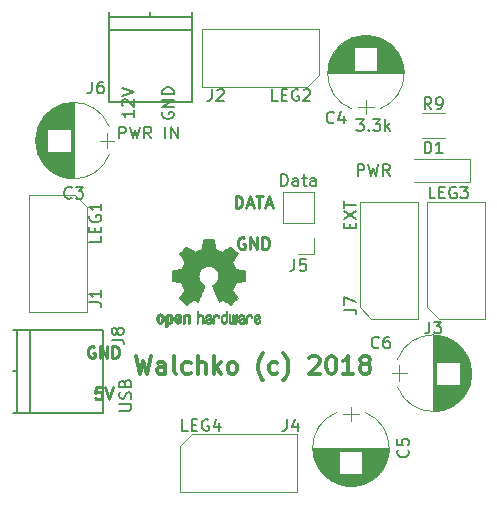
<source format=gbr>
G04 #@! TF.FileFunction,Legend,Top*
%FSLAX46Y46*%
G04 Gerber Fmt 4.6, Leading zero omitted, Abs format (unit mm)*
G04 Created by KiCad (PCBNEW 4.0.7) date Sunday, March 11, 2018 'PMt' 08:42:03 PM*
%MOMM*%
%LPD*%
G01*
G04 APERTURE LIST*
%ADD10C,0.100000*%
%ADD11C,0.200000*%
%ADD12C,0.250000*%
%ADD13C,0.300000*%
%ADD14C,0.120000*%
%ADD15C,0.150000*%
%ADD16C,0.010000*%
G04 APERTURE END LIST*
D10*
D11*
X118132381Y-66659047D02*
X118132381Y-67230476D01*
X118132381Y-66944762D02*
X117132381Y-66944762D01*
X117275238Y-67040000D01*
X117370476Y-67135238D01*
X117418095Y-67230476D01*
X117227619Y-66278095D02*
X117180000Y-66230476D01*
X117132381Y-66135238D01*
X117132381Y-65897142D01*
X117180000Y-65801904D01*
X117227619Y-65754285D01*
X117322857Y-65706666D01*
X117418095Y-65706666D01*
X117560952Y-65754285D01*
X118132381Y-66325714D01*
X118132381Y-65706666D01*
X117132381Y-65420952D02*
X118132381Y-65087619D01*
X117132381Y-64754285D01*
X120580000Y-66801904D02*
X120532381Y-66897142D01*
X120532381Y-67039999D01*
X120580000Y-67182857D01*
X120675238Y-67278095D01*
X120770476Y-67325714D01*
X120960952Y-67373333D01*
X121103810Y-67373333D01*
X121294286Y-67325714D01*
X121389524Y-67278095D01*
X121484762Y-67182857D01*
X121532381Y-67039999D01*
X121532381Y-66944761D01*
X121484762Y-66801904D01*
X121437143Y-66754285D01*
X121103810Y-66754285D01*
X121103810Y-66944761D01*
X121532381Y-66325714D02*
X120532381Y-66325714D01*
X121532381Y-65754285D01*
X120532381Y-65754285D01*
X121532381Y-65278095D02*
X120532381Y-65278095D01*
X120532381Y-65040000D01*
X120580000Y-64897142D01*
X120675238Y-64801904D01*
X120770476Y-64754285D01*
X120960952Y-64706666D01*
X121103810Y-64706666D01*
X121294286Y-64754285D01*
X121389524Y-64801904D01*
X121484762Y-64897142D01*
X121532381Y-65040000D01*
X121532381Y-65278095D01*
D12*
X114808096Y-86650000D02*
X114712858Y-86602381D01*
X114570001Y-86602381D01*
X114427143Y-86650000D01*
X114331905Y-86745238D01*
X114284286Y-86840476D01*
X114236667Y-87030952D01*
X114236667Y-87173810D01*
X114284286Y-87364286D01*
X114331905Y-87459524D01*
X114427143Y-87554762D01*
X114570001Y-87602381D01*
X114665239Y-87602381D01*
X114808096Y-87554762D01*
X114855715Y-87507143D01*
X114855715Y-87173810D01*
X114665239Y-87173810D01*
X115284286Y-87602381D02*
X115284286Y-86602381D01*
X115855715Y-87602381D01*
X115855715Y-86602381D01*
X116331905Y-87602381D02*
X116331905Y-86602381D01*
X116570000Y-86602381D01*
X116712858Y-86650000D01*
X116808096Y-86745238D01*
X116855715Y-86840476D01*
X116903334Y-87030952D01*
X116903334Y-87173810D01*
X116855715Y-87364286D01*
X116808096Y-87459524D01*
X116712858Y-87554762D01*
X116570000Y-87602381D01*
X116331905Y-87602381D01*
X115379524Y-90102381D02*
X114903333Y-90102381D01*
X114855714Y-90578571D01*
X114903333Y-90530952D01*
X114998571Y-90483333D01*
X115236667Y-90483333D01*
X115331905Y-90530952D01*
X115379524Y-90578571D01*
X115427143Y-90673810D01*
X115427143Y-90911905D01*
X115379524Y-91007143D01*
X115331905Y-91054762D01*
X115236667Y-91102381D01*
X114998571Y-91102381D01*
X114903333Y-91054762D01*
X114855714Y-91007143D01*
X115712857Y-90102381D02*
X116046190Y-91102381D01*
X116379524Y-90102381D01*
X126770000Y-74902381D02*
X126770000Y-73902381D01*
X127008095Y-73902381D01*
X127150953Y-73950000D01*
X127246191Y-74045238D01*
X127293810Y-74140476D01*
X127341429Y-74330952D01*
X127341429Y-74473810D01*
X127293810Y-74664286D01*
X127246191Y-74759524D01*
X127150953Y-74854762D01*
X127008095Y-74902381D01*
X126770000Y-74902381D01*
X127722381Y-74616667D02*
X128198572Y-74616667D01*
X127627143Y-74902381D02*
X127960476Y-73902381D01*
X128293810Y-74902381D01*
X128484286Y-73902381D02*
X129055715Y-73902381D01*
X128770000Y-74902381D02*
X128770000Y-73902381D01*
X129341429Y-74616667D02*
X129817620Y-74616667D01*
X129246191Y-74902381D02*
X129579524Y-73902381D01*
X129912858Y-74902381D01*
X127508096Y-77450000D02*
X127412858Y-77402381D01*
X127270001Y-77402381D01*
X127127143Y-77450000D01*
X127031905Y-77545238D01*
X126984286Y-77640476D01*
X126936667Y-77830952D01*
X126936667Y-77973810D01*
X126984286Y-78164286D01*
X127031905Y-78259524D01*
X127127143Y-78354762D01*
X127270001Y-78402381D01*
X127365239Y-78402381D01*
X127508096Y-78354762D01*
X127555715Y-78307143D01*
X127555715Y-77973810D01*
X127365239Y-77973810D01*
X127984286Y-78402381D02*
X127984286Y-77402381D01*
X128555715Y-78402381D01*
X128555715Y-77402381D01*
X129031905Y-78402381D02*
X129031905Y-77402381D01*
X129270000Y-77402381D01*
X129412858Y-77450000D01*
X129508096Y-77545238D01*
X129555715Y-77640476D01*
X129603334Y-77830952D01*
X129603334Y-77973810D01*
X129555715Y-78164286D01*
X129508096Y-78259524D01*
X129412858Y-78354762D01*
X129270000Y-78402381D01*
X129031905Y-78402381D01*
D13*
X118305716Y-87443571D02*
X118662859Y-88943571D01*
X118948573Y-87872143D01*
X119234287Y-88943571D01*
X119591430Y-87443571D01*
X120805716Y-88943571D02*
X120805716Y-88157857D01*
X120734287Y-88015000D01*
X120591430Y-87943571D01*
X120305716Y-87943571D01*
X120162859Y-88015000D01*
X120805716Y-88872143D02*
X120662859Y-88943571D01*
X120305716Y-88943571D01*
X120162859Y-88872143D01*
X120091430Y-88729286D01*
X120091430Y-88586429D01*
X120162859Y-88443571D01*
X120305716Y-88372143D01*
X120662859Y-88372143D01*
X120805716Y-88300714D01*
X121734288Y-88943571D02*
X121591430Y-88872143D01*
X121520002Y-88729286D01*
X121520002Y-87443571D01*
X122948573Y-88872143D02*
X122805716Y-88943571D01*
X122520002Y-88943571D01*
X122377144Y-88872143D01*
X122305716Y-88800714D01*
X122234287Y-88657857D01*
X122234287Y-88229286D01*
X122305716Y-88086429D01*
X122377144Y-88015000D01*
X122520002Y-87943571D01*
X122805716Y-87943571D01*
X122948573Y-88015000D01*
X123591430Y-88943571D02*
X123591430Y-87443571D01*
X124234287Y-88943571D02*
X124234287Y-88157857D01*
X124162858Y-88015000D01*
X124020001Y-87943571D01*
X123805716Y-87943571D01*
X123662858Y-88015000D01*
X123591430Y-88086429D01*
X124948573Y-88943571D02*
X124948573Y-87443571D01*
X125091430Y-88372143D02*
X125520001Y-88943571D01*
X125520001Y-87943571D02*
X124948573Y-88515000D01*
X126377145Y-88943571D02*
X126234287Y-88872143D01*
X126162859Y-88800714D01*
X126091430Y-88657857D01*
X126091430Y-88229286D01*
X126162859Y-88086429D01*
X126234287Y-88015000D01*
X126377145Y-87943571D01*
X126591430Y-87943571D01*
X126734287Y-88015000D01*
X126805716Y-88086429D01*
X126877145Y-88229286D01*
X126877145Y-88657857D01*
X126805716Y-88800714D01*
X126734287Y-88872143D01*
X126591430Y-88943571D01*
X126377145Y-88943571D01*
X129091430Y-89515000D02*
X129020002Y-89443571D01*
X128877145Y-89229286D01*
X128805716Y-89086429D01*
X128734287Y-88872143D01*
X128662859Y-88515000D01*
X128662859Y-88229286D01*
X128734287Y-87872143D01*
X128805716Y-87657857D01*
X128877145Y-87515000D01*
X129020002Y-87300714D01*
X129091430Y-87229286D01*
X130305716Y-88872143D02*
X130162859Y-88943571D01*
X129877145Y-88943571D01*
X129734287Y-88872143D01*
X129662859Y-88800714D01*
X129591430Y-88657857D01*
X129591430Y-88229286D01*
X129662859Y-88086429D01*
X129734287Y-88015000D01*
X129877145Y-87943571D01*
X130162859Y-87943571D01*
X130305716Y-88015000D01*
X130805716Y-89515000D02*
X130877144Y-89443571D01*
X131020001Y-89229286D01*
X131091430Y-89086429D01*
X131162859Y-88872143D01*
X131234287Y-88515000D01*
X131234287Y-88229286D01*
X131162859Y-87872143D01*
X131091430Y-87657857D01*
X131020001Y-87515000D01*
X130877144Y-87300714D01*
X130805716Y-87229286D01*
X133020001Y-87586429D02*
X133091430Y-87515000D01*
X133234287Y-87443571D01*
X133591430Y-87443571D01*
X133734287Y-87515000D01*
X133805716Y-87586429D01*
X133877144Y-87729286D01*
X133877144Y-87872143D01*
X133805716Y-88086429D01*
X132948573Y-88943571D01*
X133877144Y-88943571D01*
X134805715Y-87443571D02*
X134948572Y-87443571D01*
X135091429Y-87515000D01*
X135162858Y-87586429D01*
X135234287Y-87729286D01*
X135305715Y-88015000D01*
X135305715Y-88372143D01*
X135234287Y-88657857D01*
X135162858Y-88800714D01*
X135091429Y-88872143D01*
X134948572Y-88943571D01*
X134805715Y-88943571D01*
X134662858Y-88872143D01*
X134591429Y-88800714D01*
X134520001Y-88657857D01*
X134448572Y-88372143D01*
X134448572Y-88015000D01*
X134520001Y-87729286D01*
X134591429Y-87586429D01*
X134662858Y-87515000D01*
X134805715Y-87443571D01*
X136734286Y-88943571D02*
X135877143Y-88943571D01*
X136305715Y-88943571D02*
X136305715Y-87443571D01*
X136162858Y-87657857D01*
X136020000Y-87800714D01*
X135877143Y-87872143D01*
X137591429Y-88086429D02*
X137448571Y-88015000D01*
X137377143Y-87943571D01*
X137305714Y-87800714D01*
X137305714Y-87729286D01*
X137377143Y-87586429D01*
X137448571Y-87515000D01*
X137591429Y-87443571D01*
X137877143Y-87443571D01*
X138020000Y-87515000D01*
X138091429Y-87586429D01*
X138162857Y-87729286D01*
X138162857Y-87800714D01*
X138091429Y-87943571D01*
X138020000Y-88015000D01*
X137877143Y-88086429D01*
X137591429Y-88086429D01*
X137448571Y-88157857D01*
X137377143Y-88229286D01*
X137305714Y-88372143D01*
X137305714Y-88657857D01*
X137377143Y-88800714D01*
X137448571Y-88872143D01*
X137591429Y-88943571D01*
X137877143Y-88943571D01*
X138020000Y-88872143D01*
X138091429Y-88800714D01*
X138162857Y-88657857D01*
X138162857Y-88372143D01*
X138091429Y-88229286D01*
X138020000Y-88157857D01*
X137877143Y-88086429D01*
D14*
X146610000Y-72705000D02*
X146610000Y-70805000D01*
X146610000Y-70805000D02*
X141910000Y-70805000D01*
X146610000Y-72705000D02*
X141910000Y-72705000D01*
D15*
X119535000Y-58765000D02*
X119535000Y-58365000D01*
X123035000Y-59865000D02*
X116035000Y-59865000D01*
X123035000Y-58765000D02*
X116035000Y-58765000D01*
X123035000Y-65965000D02*
X123035000Y-58365000D01*
X116035000Y-58365000D02*
X116035000Y-65965000D01*
X116035000Y-65965000D02*
X123035000Y-65965000D01*
D14*
X144510000Y-69015000D02*
X142510000Y-69015000D01*
X142510000Y-66875000D02*
X144510000Y-66875000D01*
X114195000Y-74830000D02*
X113195000Y-73830000D01*
X109295000Y-83730000D02*
X114195000Y-83730000D01*
X114195000Y-83730000D02*
X114195000Y-74830000D01*
X113195000Y-73830000D02*
X109295000Y-73830000D01*
X109295000Y-73830000D02*
X109295000Y-83730000D01*
X132815000Y-64665000D02*
X133815000Y-63665000D01*
X123915000Y-59765000D02*
X123915000Y-64665000D01*
X123915000Y-64665000D02*
X132815000Y-64665000D01*
X133815000Y-63665000D02*
X133815000Y-59765000D01*
X133815000Y-59765000D02*
X123915000Y-59765000D01*
X142980000Y-83285000D02*
X143980000Y-84285000D01*
X147880000Y-74385000D02*
X142980000Y-74385000D01*
X142980000Y-74385000D02*
X142980000Y-83285000D01*
X143980000Y-84285000D02*
X147880000Y-84285000D01*
X147880000Y-84285000D02*
X147880000Y-74385000D01*
X123090000Y-94085000D02*
X122090000Y-95085000D01*
X131990000Y-98985000D02*
X131990000Y-94085000D01*
X131990000Y-94085000D02*
X123090000Y-94085000D01*
X122090000Y-95085000D02*
X122090000Y-98985000D01*
X122090000Y-98985000D02*
X131990000Y-98985000D01*
X110032180Y-70394136D02*
G75*
G03X116067482Y-70395000I3017820J1179136D01*
G01*
X110032180Y-68035864D02*
G75*
G02X116067482Y-68035000I3017820J-1179136D01*
G01*
X110032180Y-68035864D02*
G75*
G03X110032518Y-70395000I3017820J-1179136D01*
G01*
X113050000Y-72415000D02*
X113050000Y-66015000D01*
X113010000Y-72415000D02*
X113010000Y-66015000D01*
X112970000Y-72415000D02*
X112970000Y-66015000D01*
X112930000Y-72413000D02*
X112930000Y-66017000D01*
X112890000Y-72412000D02*
X112890000Y-66018000D01*
X112850000Y-72409000D02*
X112850000Y-66021000D01*
X112810000Y-72407000D02*
X112810000Y-66023000D01*
X112770000Y-72403000D02*
X112770000Y-70195000D01*
X112770000Y-68235000D02*
X112770000Y-66027000D01*
X112730000Y-72400000D02*
X112730000Y-70195000D01*
X112730000Y-68235000D02*
X112730000Y-66030000D01*
X112690000Y-72395000D02*
X112690000Y-70195000D01*
X112690000Y-68235000D02*
X112690000Y-66035000D01*
X112650000Y-72391000D02*
X112650000Y-70195000D01*
X112650000Y-68235000D02*
X112650000Y-66039000D01*
X112610000Y-72385000D02*
X112610000Y-70195000D01*
X112610000Y-68235000D02*
X112610000Y-66045000D01*
X112570000Y-72380000D02*
X112570000Y-70195000D01*
X112570000Y-68235000D02*
X112570000Y-66050000D01*
X112530000Y-72373000D02*
X112530000Y-70195000D01*
X112530000Y-68235000D02*
X112530000Y-66057000D01*
X112490000Y-72367000D02*
X112490000Y-70195000D01*
X112490000Y-68235000D02*
X112490000Y-66063000D01*
X112450000Y-72359000D02*
X112450000Y-70195000D01*
X112450000Y-68235000D02*
X112450000Y-66071000D01*
X112410000Y-72352000D02*
X112410000Y-70195000D01*
X112410000Y-68235000D02*
X112410000Y-66078000D01*
X112370000Y-72343000D02*
X112370000Y-70195000D01*
X112370000Y-68235000D02*
X112370000Y-66087000D01*
X112329000Y-72334000D02*
X112329000Y-70195000D01*
X112329000Y-68235000D02*
X112329000Y-66096000D01*
X112289000Y-72325000D02*
X112289000Y-70195000D01*
X112289000Y-68235000D02*
X112289000Y-66105000D01*
X112249000Y-72315000D02*
X112249000Y-70195000D01*
X112249000Y-68235000D02*
X112249000Y-66115000D01*
X112209000Y-72305000D02*
X112209000Y-70195000D01*
X112209000Y-68235000D02*
X112209000Y-66125000D01*
X112169000Y-72294000D02*
X112169000Y-70195000D01*
X112169000Y-68235000D02*
X112169000Y-66136000D01*
X112129000Y-72282000D02*
X112129000Y-70195000D01*
X112129000Y-68235000D02*
X112129000Y-66148000D01*
X112089000Y-72270000D02*
X112089000Y-70195000D01*
X112089000Y-68235000D02*
X112089000Y-66160000D01*
X112049000Y-72257000D02*
X112049000Y-70195000D01*
X112049000Y-68235000D02*
X112049000Y-66173000D01*
X112009000Y-72244000D02*
X112009000Y-70195000D01*
X112009000Y-68235000D02*
X112009000Y-66186000D01*
X111969000Y-72230000D02*
X111969000Y-70195000D01*
X111969000Y-68235000D02*
X111969000Y-66200000D01*
X111929000Y-72216000D02*
X111929000Y-70195000D01*
X111929000Y-68235000D02*
X111929000Y-66214000D01*
X111889000Y-72201000D02*
X111889000Y-70195000D01*
X111889000Y-68235000D02*
X111889000Y-66229000D01*
X111849000Y-72185000D02*
X111849000Y-70195000D01*
X111849000Y-68235000D02*
X111849000Y-66245000D01*
X111809000Y-72169000D02*
X111809000Y-70195000D01*
X111809000Y-68235000D02*
X111809000Y-66261000D01*
X111769000Y-72152000D02*
X111769000Y-70195000D01*
X111769000Y-68235000D02*
X111769000Y-66278000D01*
X111729000Y-72134000D02*
X111729000Y-70195000D01*
X111729000Y-68235000D02*
X111729000Y-66296000D01*
X111689000Y-72116000D02*
X111689000Y-70195000D01*
X111689000Y-68235000D02*
X111689000Y-66314000D01*
X111649000Y-72097000D02*
X111649000Y-70195000D01*
X111649000Y-68235000D02*
X111649000Y-66333000D01*
X111609000Y-72078000D02*
X111609000Y-70195000D01*
X111609000Y-68235000D02*
X111609000Y-66352000D01*
X111569000Y-72058000D02*
X111569000Y-70195000D01*
X111569000Y-68235000D02*
X111569000Y-66372000D01*
X111529000Y-72037000D02*
X111529000Y-70195000D01*
X111529000Y-68235000D02*
X111529000Y-66393000D01*
X111489000Y-72015000D02*
X111489000Y-70195000D01*
X111489000Y-68235000D02*
X111489000Y-66415000D01*
X111449000Y-71993000D02*
X111449000Y-70195000D01*
X111449000Y-68235000D02*
X111449000Y-66437000D01*
X111409000Y-71970000D02*
X111409000Y-70195000D01*
X111409000Y-68235000D02*
X111409000Y-66460000D01*
X111369000Y-71946000D02*
X111369000Y-70195000D01*
X111369000Y-68235000D02*
X111369000Y-66484000D01*
X111329000Y-71921000D02*
X111329000Y-70195000D01*
X111329000Y-68235000D02*
X111329000Y-66509000D01*
X111289000Y-71896000D02*
X111289000Y-70195000D01*
X111289000Y-68235000D02*
X111289000Y-66534000D01*
X111249000Y-71869000D02*
X111249000Y-70195000D01*
X111249000Y-68235000D02*
X111249000Y-66561000D01*
X111209000Y-71842000D02*
X111209000Y-70195000D01*
X111209000Y-68235000D02*
X111209000Y-66588000D01*
X111169000Y-71814000D02*
X111169000Y-70195000D01*
X111169000Y-68235000D02*
X111169000Y-66616000D01*
X111129000Y-71785000D02*
X111129000Y-70195000D01*
X111129000Y-68235000D02*
X111129000Y-66645000D01*
X111089000Y-71755000D02*
X111089000Y-70195000D01*
X111089000Y-68235000D02*
X111089000Y-66675000D01*
X111049000Y-71725000D02*
X111049000Y-70195000D01*
X111049000Y-68235000D02*
X111049000Y-66705000D01*
X111009000Y-71693000D02*
X111009000Y-70195000D01*
X111009000Y-68235000D02*
X111009000Y-66737000D01*
X110969000Y-71660000D02*
X110969000Y-70195000D01*
X110969000Y-68235000D02*
X110969000Y-66770000D01*
X110929000Y-71626000D02*
X110929000Y-70195000D01*
X110929000Y-68235000D02*
X110929000Y-66804000D01*
X110889000Y-71590000D02*
X110889000Y-70195000D01*
X110889000Y-68235000D02*
X110889000Y-66840000D01*
X110849000Y-71554000D02*
X110849000Y-70195000D01*
X110849000Y-68235000D02*
X110849000Y-66876000D01*
X110809000Y-71516000D02*
X110809000Y-66914000D01*
X110769000Y-71477000D02*
X110769000Y-66953000D01*
X110729000Y-71437000D02*
X110729000Y-66993000D01*
X110689000Y-71395000D02*
X110689000Y-67035000D01*
X110649000Y-71352000D02*
X110649000Y-67078000D01*
X110609000Y-71307000D02*
X110609000Y-67123000D01*
X110569000Y-71260000D02*
X110569000Y-67170000D01*
X110529000Y-71212000D02*
X110529000Y-67218000D01*
X110489000Y-71161000D02*
X110489000Y-67269000D01*
X110449000Y-71109000D02*
X110449000Y-67321000D01*
X110409000Y-71054000D02*
X110409000Y-67376000D01*
X110369000Y-70996000D02*
X110369000Y-67434000D01*
X110329000Y-70936000D02*
X110329000Y-67494000D01*
X110289000Y-70873000D02*
X110289000Y-67557000D01*
X110249000Y-70806000D02*
X110249000Y-67624000D01*
X110209000Y-70735000D02*
X110209000Y-67695000D01*
X110169000Y-70660000D02*
X110169000Y-67770000D01*
X110129000Y-70579000D02*
X110129000Y-67851000D01*
X110089000Y-70493000D02*
X110089000Y-67937000D01*
X110049000Y-70399000D02*
X110049000Y-68031000D01*
X110009000Y-70296000D02*
X110009000Y-68134000D01*
X109969000Y-70181000D02*
X109969000Y-68249000D01*
X109929000Y-70049000D02*
X109929000Y-68381000D01*
X109889000Y-69891000D02*
X109889000Y-68539000D01*
X109849000Y-69683000D02*
X109849000Y-68747000D01*
X116500000Y-69215000D02*
X115300000Y-69215000D01*
X115900000Y-69865000D02*
X115900000Y-68565000D01*
X136615864Y-60502180D02*
G75*
G03X136615000Y-66537482I1179136J-3017820D01*
G01*
X138974136Y-60502180D02*
G75*
G02X138975000Y-66537482I-1179136J-3017820D01*
G01*
X138974136Y-60502180D02*
G75*
G03X136615000Y-60502518I-1179136J-3017820D01*
G01*
X134595000Y-63520000D02*
X140995000Y-63520000D01*
X134595000Y-63480000D02*
X140995000Y-63480000D01*
X134595000Y-63440000D02*
X140995000Y-63440000D01*
X134597000Y-63400000D02*
X140993000Y-63400000D01*
X134598000Y-63360000D02*
X140992000Y-63360000D01*
X134601000Y-63320000D02*
X140989000Y-63320000D01*
X134603000Y-63280000D02*
X140987000Y-63280000D01*
X134607000Y-63240000D02*
X136815000Y-63240000D01*
X138775000Y-63240000D02*
X140983000Y-63240000D01*
X134610000Y-63200000D02*
X136815000Y-63200000D01*
X138775000Y-63200000D02*
X140980000Y-63200000D01*
X134615000Y-63160000D02*
X136815000Y-63160000D01*
X138775000Y-63160000D02*
X140975000Y-63160000D01*
X134619000Y-63120000D02*
X136815000Y-63120000D01*
X138775000Y-63120000D02*
X140971000Y-63120000D01*
X134625000Y-63080000D02*
X136815000Y-63080000D01*
X138775000Y-63080000D02*
X140965000Y-63080000D01*
X134630000Y-63040000D02*
X136815000Y-63040000D01*
X138775000Y-63040000D02*
X140960000Y-63040000D01*
X134637000Y-63000000D02*
X136815000Y-63000000D01*
X138775000Y-63000000D02*
X140953000Y-63000000D01*
X134643000Y-62960000D02*
X136815000Y-62960000D01*
X138775000Y-62960000D02*
X140947000Y-62960000D01*
X134651000Y-62920000D02*
X136815000Y-62920000D01*
X138775000Y-62920000D02*
X140939000Y-62920000D01*
X134658000Y-62880000D02*
X136815000Y-62880000D01*
X138775000Y-62880000D02*
X140932000Y-62880000D01*
X134667000Y-62840000D02*
X136815000Y-62840000D01*
X138775000Y-62840000D02*
X140923000Y-62840000D01*
X134676000Y-62799000D02*
X136815000Y-62799000D01*
X138775000Y-62799000D02*
X140914000Y-62799000D01*
X134685000Y-62759000D02*
X136815000Y-62759000D01*
X138775000Y-62759000D02*
X140905000Y-62759000D01*
X134695000Y-62719000D02*
X136815000Y-62719000D01*
X138775000Y-62719000D02*
X140895000Y-62719000D01*
X134705000Y-62679000D02*
X136815000Y-62679000D01*
X138775000Y-62679000D02*
X140885000Y-62679000D01*
X134716000Y-62639000D02*
X136815000Y-62639000D01*
X138775000Y-62639000D02*
X140874000Y-62639000D01*
X134728000Y-62599000D02*
X136815000Y-62599000D01*
X138775000Y-62599000D02*
X140862000Y-62599000D01*
X134740000Y-62559000D02*
X136815000Y-62559000D01*
X138775000Y-62559000D02*
X140850000Y-62559000D01*
X134753000Y-62519000D02*
X136815000Y-62519000D01*
X138775000Y-62519000D02*
X140837000Y-62519000D01*
X134766000Y-62479000D02*
X136815000Y-62479000D01*
X138775000Y-62479000D02*
X140824000Y-62479000D01*
X134780000Y-62439000D02*
X136815000Y-62439000D01*
X138775000Y-62439000D02*
X140810000Y-62439000D01*
X134794000Y-62399000D02*
X136815000Y-62399000D01*
X138775000Y-62399000D02*
X140796000Y-62399000D01*
X134809000Y-62359000D02*
X136815000Y-62359000D01*
X138775000Y-62359000D02*
X140781000Y-62359000D01*
X134825000Y-62319000D02*
X136815000Y-62319000D01*
X138775000Y-62319000D02*
X140765000Y-62319000D01*
X134841000Y-62279000D02*
X136815000Y-62279000D01*
X138775000Y-62279000D02*
X140749000Y-62279000D01*
X134858000Y-62239000D02*
X136815000Y-62239000D01*
X138775000Y-62239000D02*
X140732000Y-62239000D01*
X134876000Y-62199000D02*
X136815000Y-62199000D01*
X138775000Y-62199000D02*
X140714000Y-62199000D01*
X134894000Y-62159000D02*
X136815000Y-62159000D01*
X138775000Y-62159000D02*
X140696000Y-62159000D01*
X134913000Y-62119000D02*
X136815000Y-62119000D01*
X138775000Y-62119000D02*
X140677000Y-62119000D01*
X134932000Y-62079000D02*
X136815000Y-62079000D01*
X138775000Y-62079000D02*
X140658000Y-62079000D01*
X134952000Y-62039000D02*
X136815000Y-62039000D01*
X138775000Y-62039000D02*
X140638000Y-62039000D01*
X134973000Y-61999000D02*
X136815000Y-61999000D01*
X138775000Y-61999000D02*
X140617000Y-61999000D01*
X134995000Y-61959000D02*
X136815000Y-61959000D01*
X138775000Y-61959000D02*
X140595000Y-61959000D01*
X135017000Y-61919000D02*
X136815000Y-61919000D01*
X138775000Y-61919000D02*
X140573000Y-61919000D01*
X135040000Y-61879000D02*
X136815000Y-61879000D01*
X138775000Y-61879000D02*
X140550000Y-61879000D01*
X135064000Y-61839000D02*
X136815000Y-61839000D01*
X138775000Y-61839000D02*
X140526000Y-61839000D01*
X135089000Y-61799000D02*
X136815000Y-61799000D01*
X138775000Y-61799000D02*
X140501000Y-61799000D01*
X135114000Y-61759000D02*
X136815000Y-61759000D01*
X138775000Y-61759000D02*
X140476000Y-61759000D01*
X135141000Y-61719000D02*
X136815000Y-61719000D01*
X138775000Y-61719000D02*
X140449000Y-61719000D01*
X135168000Y-61679000D02*
X136815000Y-61679000D01*
X138775000Y-61679000D02*
X140422000Y-61679000D01*
X135196000Y-61639000D02*
X136815000Y-61639000D01*
X138775000Y-61639000D02*
X140394000Y-61639000D01*
X135225000Y-61599000D02*
X136815000Y-61599000D01*
X138775000Y-61599000D02*
X140365000Y-61599000D01*
X135255000Y-61559000D02*
X136815000Y-61559000D01*
X138775000Y-61559000D02*
X140335000Y-61559000D01*
X135285000Y-61519000D02*
X136815000Y-61519000D01*
X138775000Y-61519000D02*
X140305000Y-61519000D01*
X135317000Y-61479000D02*
X136815000Y-61479000D01*
X138775000Y-61479000D02*
X140273000Y-61479000D01*
X135350000Y-61439000D02*
X136815000Y-61439000D01*
X138775000Y-61439000D02*
X140240000Y-61439000D01*
X135384000Y-61399000D02*
X136815000Y-61399000D01*
X138775000Y-61399000D02*
X140206000Y-61399000D01*
X135420000Y-61359000D02*
X136815000Y-61359000D01*
X138775000Y-61359000D02*
X140170000Y-61359000D01*
X135456000Y-61319000D02*
X136815000Y-61319000D01*
X138775000Y-61319000D02*
X140134000Y-61319000D01*
X135494000Y-61279000D02*
X140096000Y-61279000D01*
X135533000Y-61239000D02*
X140057000Y-61239000D01*
X135573000Y-61199000D02*
X140017000Y-61199000D01*
X135615000Y-61159000D02*
X139975000Y-61159000D01*
X135658000Y-61119000D02*
X139932000Y-61119000D01*
X135703000Y-61079000D02*
X139887000Y-61079000D01*
X135750000Y-61039000D02*
X139840000Y-61039000D01*
X135798000Y-60999000D02*
X139792000Y-60999000D01*
X135849000Y-60959000D02*
X139741000Y-60959000D01*
X135901000Y-60919000D02*
X139689000Y-60919000D01*
X135956000Y-60879000D02*
X139634000Y-60879000D01*
X136014000Y-60839000D02*
X139576000Y-60839000D01*
X136074000Y-60799000D02*
X139516000Y-60799000D01*
X136137000Y-60759000D02*
X139453000Y-60759000D01*
X136204000Y-60719000D02*
X139386000Y-60719000D01*
X136275000Y-60679000D02*
X139315000Y-60679000D01*
X136350000Y-60639000D02*
X139240000Y-60639000D01*
X136431000Y-60599000D02*
X139159000Y-60599000D01*
X136517000Y-60559000D02*
X139073000Y-60559000D01*
X136611000Y-60519000D02*
X138979000Y-60519000D01*
X136714000Y-60479000D02*
X138876000Y-60479000D01*
X136829000Y-60439000D02*
X138761000Y-60439000D01*
X136961000Y-60399000D02*
X138629000Y-60399000D01*
X137119000Y-60359000D02*
X138471000Y-60359000D01*
X137327000Y-60319000D02*
X138263000Y-60319000D01*
X137795000Y-66970000D02*
X137795000Y-65770000D01*
X137145000Y-66370000D02*
X138445000Y-66370000D01*
X137704136Y-98247820D02*
G75*
G03X137705000Y-92212518I-1179136J3017820D01*
G01*
X135345864Y-98247820D02*
G75*
G02X135345000Y-92212518I1179136J3017820D01*
G01*
X135345864Y-98247820D02*
G75*
G03X137705000Y-98247482I1179136J3017820D01*
G01*
X139725000Y-95230000D02*
X133325000Y-95230000D01*
X139725000Y-95270000D02*
X133325000Y-95270000D01*
X139725000Y-95310000D02*
X133325000Y-95310000D01*
X139723000Y-95350000D02*
X133327000Y-95350000D01*
X139722000Y-95390000D02*
X133328000Y-95390000D01*
X139719000Y-95430000D02*
X133331000Y-95430000D01*
X139717000Y-95470000D02*
X133333000Y-95470000D01*
X139713000Y-95510000D02*
X137505000Y-95510000D01*
X135545000Y-95510000D02*
X133337000Y-95510000D01*
X139710000Y-95550000D02*
X137505000Y-95550000D01*
X135545000Y-95550000D02*
X133340000Y-95550000D01*
X139705000Y-95590000D02*
X137505000Y-95590000D01*
X135545000Y-95590000D02*
X133345000Y-95590000D01*
X139701000Y-95630000D02*
X137505000Y-95630000D01*
X135545000Y-95630000D02*
X133349000Y-95630000D01*
X139695000Y-95670000D02*
X137505000Y-95670000D01*
X135545000Y-95670000D02*
X133355000Y-95670000D01*
X139690000Y-95710000D02*
X137505000Y-95710000D01*
X135545000Y-95710000D02*
X133360000Y-95710000D01*
X139683000Y-95750000D02*
X137505000Y-95750000D01*
X135545000Y-95750000D02*
X133367000Y-95750000D01*
X139677000Y-95790000D02*
X137505000Y-95790000D01*
X135545000Y-95790000D02*
X133373000Y-95790000D01*
X139669000Y-95830000D02*
X137505000Y-95830000D01*
X135545000Y-95830000D02*
X133381000Y-95830000D01*
X139662000Y-95870000D02*
X137505000Y-95870000D01*
X135545000Y-95870000D02*
X133388000Y-95870000D01*
X139653000Y-95910000D02*
X137505000Y-95910000D01*
X135545000Y-95910000D02*
X133397000Y-95910000D01*
X139644000Y-95951000D02*
X137505000Y-95951000D01*
X135545000Y-95951000D02*
X133406000Y-95951000D01*
X139635000Y-95991000D02*
X137505000Y-95991000D01*
X135545000Y-95991000D02*
X133415000Y-95991000D01*
X139625000Y-96031000D02*
X137505000Y-96031000D01*
X135545000Y-96031000D02*
X133425000Y-96031000D01*
X139615000Y-96071000D02*
X137505000Y-96071000D01*
X135545000Y-96071000D02*
X133435000Y-96071000D01*
X139604000Y-96111000D02*
X137505000Y-96111000D01*
X135545000Y-96111000D02*
X133446000Y-96111000D01*
X139592000Y-96151000D02*
X137505000Y-96151000D01*
X135545000Y-96151000D02*
X133458000Y-96151000D01*
X139580000Y-96191000D02*
X137505000Y-96191000D01*
X135545000Y-96191000D02*
X133470000Y-96191000D01*
X139567000Y-96231000D02*
X137505000Y-96231000D01*
X135545000Y-96231000D02*
X133483000Y-96231000D01*
X139554000Y-96271000D02*
X137505000Y-96271000D01*
X135545000Y-96271000D02*
X133496000Y-96271000D01*
X139540000Y-96311000D02*
X137505000Y-96311000D01*
X135545000Y-96311000D02*
X133510000Y-96311000D01*
X139526000Y-96351000D02*
X137505000Y-96351000D01*
X135545000Y-96351000D02*
X133524000Y-96351000D01*
X139511000Y-96391000D02*
X137505000Y-96391000D01*
X135545000Y-96391000D02*
X133539000Y-96391000D01*
X139495000Y-96431000D02*
X137505000Y-96431000D01*
X135545000Y-96431000D02*
X133555000Y-96431000D01*
X139479000Y-96471000D02*
X137505000Y-96471000D01*
X135545000Y-96471000D02*
X133571000Y-96471000D01*
X139462000Y-96511000D02*
X137505000Y-96511000D01*
X135545000Y-96511000D02*
X133588000Y-96511000D01*
X139444000Y-96551000D02*
X137505000Y-96551000D01*
X135545000Y-96551000D02*
X133606000Y-96551000D01*
X139426000Y-96591000D02*
X137505000Y-96591000D01*
X135545000Y-96591000D02*
X133624000Y-96591000D01*
X139407000Y-96631000D02*
X137505000Y-96631000D01*
X135545000Y-96631000D02*
X133643000Y-96631000D01*
X139388000Y-96671000D02*
X137505000Y-96671000D01*
X135545000Y-96671000D02*
X133662000Y-96671000D01*
X139368000Y-96711000D02*
X137505000Y-96711000D01*
X135545000Y-96711000D02*
X133682000Y-96711000D01*
X139347000Y-96751000D02*
X137505000Y-96751000D01*
X135545000Y-96751000D02*
X133703000Y-96751000D01*
X139325000Y-96791000D02*
X137505000Y-96791000D01*
X135545000Y-96791000D02*
X133725000Y-96791000D01*
X139303000Y-96831000D02*
X137505000Y-96831000D01*
X135545000Y-96831000D02*
X133747000Y-96831000D01*
X139280000Y-96871000D02*
X137505000Y-96871000D01*
X135545000Y-96871000D02*
X133770000Y-96871000D01*
X139256000Y-96911000D02*
X137505000Y-96911000D01*
X135545000Y-96911000D02*
X133794000Y-96911000D01*
X139231000Y-96951000D02*
X137505000Y-96951000D01*
X135545000Y-96951000D02*
X133819000Y-96951000D01*
X139206000Y-96991000D02*
X137505000Y-96991000D01*
X135545000Y-96991000D02*
X133844000Y-96991000D01*
X139179000Y-97031000D02*
X137505000Y-97031000D01*
X135545000Y-97031000D02*
X133871000Y-97031000D01*
X139152000Y-97071000D02*
X137505000Y-97071000D01*
X135545000Y-97071000D02*
X133898000Y-97071000D01*
X139124000Y-97111000D02*
X137505000Y-97111000D01*
X135545000Y-97111000D02*
X133926000Y-97111000D01*
X139095000Y-97151000D02*
X137505000Y-97151000D01*
X135545000Y-97151000D02*
X133955000Y-97151000D01*
X139065000Y-97191000D02*
X137505000Y-97191000D01*
X135545000Y-97191000D02*
X133985000Y-97191000D01*
X139035000Y-97231000D02*
X137505000Y-97231000D01*
X135545000Y-97231000D02*
X134015000Y-97231000D01*
X139003000Y-97271000D02*
X137505000Y-97271000D01*
X135545000Y-97271000D02*
X134047000Y-97271000D01*
X138970000Y-97311000D02*
X137505000Y-97311000D01*
X135545000Y-97311000D02*
X134080000Y-97311000D01*
X138936000Y-97351000D02*
X137505000Y-97351000D01*
X135545000Y-97351000D02*
X134114000Y-97351000D01*
X138900000Y-97391000D02*
X137505000Y-97391000D01*
X135545000Y-97391000D02*
X134150000Y-97391000D01*
X138864000Y-97431000D02*
X137505000Y-97431000D01*
X135545000Y-97431000D02*
X134186000Y-97431000D01*
X138826000Y-97471000D02*
X134224000Y-97471000D01*
X138787000Y-97511000D02*
X134263000Y-97511000D01*
X138747000Y-97551000D02*
X134303000Y-97551000D01*
X138705000Y-97591000D02*
X134345000Y-97591000D01*
X138662000Y-97631000D02*
X134388000Y-97631000D01*
X138617000Y-97671000D02*
X134433000Y-97671000D01*
X138570000Y-97711000D02*
X134480000Y-97711000D01*
X138522000Y-97751000D02*
X134528000Y-97751000D01*
X138471000Y-97791000D02*
X134579000Y-97791000D01*
X138419000Y-97831000D02*
X134631000Y-97831000D01*
X138364000Y-97871000D02*
X134686000Y-97871000D01*
X138306000Y-97911000D02*
X134744000Y-97911000D01*
X138246000Y-97951000D02*
X134804000Y-97951000D01*
X138183000Y-97991000D02*
X134867000Y-97991000D01*
X138116000Y-98031000D02*
X134934000Y-98031000D01*
X138045000Y-98071000D02*
X135005000Y-98071000D01*
X137970000Y-98111000D02*
X135080000Y-98111000D01*
X137889000Y-98151000D02*
X135161000Y-98151000D01*
X137803000Y-98191000D02*
X135247000Y-98191000D01*
X137709000Y-98231000D02*
X135341000Y-98231000D01*
X137606000Y-98271000D02*
X135444000Y-98271000D01*
X137491000Y-98311000D02*
X135559000Y-98311000D01*
X137359000Y-98351000D02*
X135691000Y-98351000D01*
X137201000Y-98391000D02*
X135849000Y-98391000D01*
X136993000Y-98431000D02*
X136057000Y-98431000D01*
X136525000Y-91780000D02*
X136525000Y-92980000D01*
X137175000Y-92380000D02*
X135875000Y-92380000D01*
X146507820Y-87720864D02*
G75*
G03X140472518Y-87720000I-3017820J-1179136D01*
G01*
X146507820Y-90079136D02*
G75*
G02X140472518Y-90080000I-3017820J1179136D01*
G01*
X146507820Y-90079136D02*
G75*
G03X146507482Y-87720000I-3017820J1179136D01*
G01*
X143490000Y-85700000D02*
X143490000Y-92100000D01*
X143530000Y-85700000D02*
X143530000Y-92100000D01*
X143570000Y-85700000D02*
X143570000Y-92100000D01*
X143610000Y-85702000D02*
X143610000Y-92098000D01*
X143650000Y-85703000D02*
X143650000Y-92097000D01*
X143690000Y-85706000D02*
X143690000Y-92094000D01*
X143730000Y-85708000D02*
X143730000Y-92092000D01*
X143770000Y-85712000D02*
X143770000Y-87920000D01*
X143770000Y-89880000D02*
X143770000Y-92088000D01*
X143810000Y-85715000D02*
X143810000Y-87920000D01*
X143810000Y-89880000D02*
X143810000Y-92085000D01*
X143850000Y-85720000D02*
X143850000Y-87920000D01*
X143850000Y-89880000D02*
X143850000Y-92080000D01*
X143890000Y-85724000D02*
X143890000Y-87920000D01*
X143890000Y-89880000D02*
X143890000Y-92076000D01*
X143930000Y-85730000D02*
X143930000Y-87920000D01*
X143930000Y-89880000D02*
X143930000Y-92070000D01*
X143970000Y-85735000D02*
X143970000Y-87920000D01*
X143970000Y-89880000D02*
X143970000Y-92065000D01*
X144010000Y-85742000D02*
X144010000Y-87920000D01*
X144010000Y-89880000D02*
X144010000Y-92058000D01*
X144050000Y-85748000D02*
X144050000Y-87920000D01*
X144050000Y-89880000D02*
X144050000Y-92052000D01*
X144090000Y-85756000D02*
X144090000Y-87920000D01*
X144090000Y-89880000D02*
X144090000Y-92044000D01*
X144130000Y-85763000D02*
X144130000Y-87920000D01*
X144130000Y-89880000D02*
X144130000Y-92037000D01*
X144170000Y-85772000D02*
X144170000Y-87920000D01*
X144170000Y-89880000D02*
X144170000Y-92028000D01*
X144211000Y-85781000D02*
X144211000Y-87920000D01*
X144211000Y-89880000D02*
X144211000Y-92019000D01*
X144251000Y-85790000D02*
X144251000Y-87920000D01*
X144251000Y-89880000D02*
X144251000Y-92010000D01*
X144291000Y-85800000D02*
X144291000Y-87920000D01*
X144291000Y-89880000D02*
X144291000Y-92000000D01*
X144331000Y-85810000D02*
X144331000Y-87920000D01*
X144331000Y-89880000D02*
X144331000Y-91990000D01*
X144371000Y-85821000D02*
X144371000Y-87920000D01*
X144371000Y-89880000D02*
X144371000Y-91979000D01*
X144411000Y-85833000D02*
X144411000Y-87920000D01*
X144411000Y-89880000D02*
X144411000Y-91967000D01*
X144451000Y-85845000D02*
X144451000Y-87920000D01*
X144451000Y-89880000D02*
X144451000Y-91955000D01*
X144491000Y-85858000D02*
X144491000Y-87920000D01*
X144491000Y-89880000D02*
X144491000Y-91942000D01*
X144531000Y-85871000D02*
X144531000Y-87920000D01*
X144531000Y-89880000D02*
X144531000Y-91929000D01*
X144571000Y-85885000D02*
X144571000Y-87920000D01*
X144571000Y-89880000D02*
X144571000Y-91915000D01*
X144611000Y-85899000D02*
X144611000Y-87920000D01*
X144611000Y-89880000D02*
X144611000Y-91901000D01*
X144651000Y-85914000D02*
X144651000Y-87920000D01*
X144651000Y-89880000D02*
X144651000Y-91886000D01*
X144691000Y-85930000D02*
X144691000Y-87920000D01*
X144691000Y-89880000D02*
X144691000Y-91870000D01*
X144731000Y-85946000D02*
X144731000Y-87920000D01*
X144731000Y-89880000D02*
X144731000Y-91854000D01*
X144771000Y-85963000D02*
X144771000Y-87920000D01*
X144771000Y-89880000D02*
X144771000Y-91837000D01*
X144811000Y-85981000D02*
X144811000Y-87920000D01*
X144811000Y-89880000D02*
X144811000Y-91819000D01*
X144851000Y-85999000D02*
X144851000Y-87920000D01*
X144851000Y-89880000D02*
X144851000Y-91801000D01*
X144891000Y-86018000D02*
X144891000Y-87920000D01*
X144891000Y-89880000D02*
X144891000Y-91782000D01*
X144931000Y-86037000D02*
X144931000Y-87920000D01*
X144931000Y-89880000D02*
X144931000Y-91763000D01*
X144971000Y-86057000D02*
X144971000Y-87920000D01*
X144971000Y-89880000D02*
X144971000Y-91743000D01*
X145011000Y-86078000D02*
X145011000Y-87920000D01*
X145011000Y-89880000D02*
X145011000Y-91722000D01*
X145051000Y-86100000D02*
X145051000Y-87920000D01*
X145051000Y-89880000D02*
X145051000Y-91700000D01*
X145091000Y-86122000D02*
X145091000Y-87920000D01*
X145091000Y-89880000D02*
X145091000Y-91678000D01*
X145131000Y-86145000D02*
X145131000Y-87920000D01*
X145131000Y-89880000D02*
X145131000Y-91655000D01*
X145171000Y-86169000D02*
X145171000Y-87920000D01*
X145171000Y-89880000D02*
X145171000Y-91631000D01*
X145211000Y-86194000D02*
X145211000Y-87920000D01*
X145211000Y-89880000D02*
X145211000Y-91606000D01*
X145251000Y-86219000D02*
X145251000Y-87920000D01*
X145251000Y-89880000D02*
X145251000Y-91581000D01*
X145291000Y-86246000D02*
X145291000Y-87920000D01*
X145291000Y-89880000D02*
X145291000Y-91554000D01*
X145331000Y-86273000D02*
X145331000Y-87920000D01*
X145331000Y-89880000D02*
X145331000Y-91527000D01*
X145371000Y-86301000D02*
X145371000Y-87920000D01*
X145371000Y-89880000D02*
X145371000Y-91499000D01*
X145411000Y-86330000D02*
X145411000Y-87920000D01*
X145411000Y-89880000D02*
X145411000Y-91470000D01*
X145451000Y-86360000D02*
X145451000Y-87920000D01*
X145451000Y-89880000D02*
X145451000Y-91440000D01*
X145491000Y-86390000D02*
X145491000Y-87920000D01*
X145491000Y-89880000D02*
X145491000Y-91410000D01*
X145531000Y-86422000D02*
X145531000Y-87920000D01*
X145531000Y-89880000D02*
X145531000Y-91378000D01*
X145571000Y-86455000D02*
X145571000Y-87920000D01*
X145571000Y-89880000D02*
X145571000Y-91345000D01*
X145611000Y-86489000D02*
X145611000Y-87920000D01*
X145611000Y-89880000D02*
X145611000Y-91311000D01*
X145651000Y-86525000D02*
X145651000Y-87920000D01*
X145651000Y-89880000D02*
X145651000Y-91275000D01*
X145691000Y-86561000D02*
X145691000Y-87920000D01*
X145691000Y-89880000D02*
X145691000Y-91239000D01*
X145731000Y-86599000D02*
X145731000Y-91201000D01*
X145771000Y-86638000D02*
X145771000Y-91162000D01*
X145811000Y-86678000D02*
X145811000Y-91122000D01*
X145851000Y-86720000D02*
X145851000Y-91080000D01*
X145891000Y-86763000D02*
X145891000Y-91037000D01*
X145931000Y-86808000D02*
X145931000Y-90992000D01*
X145971000Y-86855000D02*
X145971000Y-90945000D01*
X146011000Y-86903000D02*
X146011000Y-90897000D01*
X146051000Y-86954000D02*
X146051000Y-90846000D01*
X146091000Y-87006000D02*
X146091000Y-90794000D01*
X146131000Y-87061000D02*
X146131000Y-90739000D01*
X146171000Y-87119000D02*
X146171000Y-90681000D01*
X146211000Y-87179000D02*
X146211000Y-90621000D01*
X146251000Y-87242000D02*
X146251000Y-90558000D01*
X146291000Y-87309000D02*
X146291000Y-90491000D01*
X146331000Y-87380000D02*
X146331000Y-90420000D01*
X146371000Y-87455000D02*
X146371000Y-90345000D01*
X146411000Y-87536000D02*
X146411000Y-90264000D01*
X146451000Y-87622000D02*
X146451000Y-90178000D01*
X146491000Y-87716000D02*
X146491000Y-90084000D01*
X146531000Y-87819000D02*
X146531000Y-89981000D01*
X146571000Y-87934000D02*
X146571000Y-89866000D01*
X146611000Y-88066000D02*
X146611000Y-89734000D01*
X146651000Y-88224000D02*
X146651000Y-89576000D01*
X146691000Y-88432000D02*
X146691000Y-89368000D01*
X140040000Y-88900000D02*
X141240000Y-88900000D01*
X140640000Y-88250000D02*
X140640000Y-89550000D01*
X137265000Y-83285000D02*
X138265000Y-84285000D01*
X142165000Y-74385000D02*
X137265000Y-74385000D01*
X137265000Y-74385000D02*
X137265000Y-83285000D01*
X138265000Y-84285000D02*
X142165000Y-84285000D01*
X142165000Y-84285000D02*
X142165000Y-74385000D01*
X133410000Y-73600000D02*
X130750000Y-73600000D01*
X133410000Y-76200000D02*
X133410000Y-73600000D01*
X130750000Y-76200000D02*
X130750000Y-73600000D01*
X133410000Y-76200000D02*
X130750000Y-76200000D01*
X133410000Y-77470000D02*
X133410000Y-78800000D01*
X133410000Y-78800000D02*
X132080000Y-78800000D01*
D15*
X108295000Y-88745000D02*
X107895000Y-88745000D01*
X109395000Y-85245000D02*
X109395000Y-92245000D01*
X108295000Y-85245000D02*
X108295000Y-92245000D01*
X115495000Y-85245000D02*
X107895000Y-85245000D01*
X107895000Y-92245000D02*
X115495000Y-92245000D01*
X115495000Y-92245000D02*
X115495000Y-85245000D01*
D16*
G36*
X121228886Y-83864505D02*
X121303539Y-83901727D01*
X121369431Y-83970261D01*
X121387577Y-83995648D01*
X121407345Y-84028866D01*
X121420172Y-84064945D01*
X121427510Y-84113098D01*
X121430813Y-84182536D01*
X121431538Y-84274206D01*
X121428263Y-84399830D01*
X121416877Y-84494154D01*
X121395041Y-84564523D01*
X121360419Y-84618286D01*
X121310670Y-84662788D01*
X121307014Y-84665423D01*
X121257985Y-84692377D01*
X121198945Y-84705712D01*
X121123859Y-84709000D01*
X121001795Y-84709000D01*
X121001744Y-84827497D01*
X121000608Y-84893492D01*
X120993686Y-84932202D01*
X120975598Y-84955419D01*
X120940962Y-84974933D01*
X120932645Y-84978920D01*
X120893720Y-84997603D01*
X120863583Y-85009403D01*
X120841174Y-85010422D01*
X120825433Y-84996761D01*
X120815302Y-84964522D01*
X120809723Y-84909804D01*
X120807635Y-84828711D01*
X120807981Y-84717344D01*
X120809700Y-84571802D01*
X120810237Y-84528269D01*
X120812172Y-84378205D01*
X120813904Y-84280042D01*
X121001692Y-84280042D01*
X121002748Y-84363364D01*
X121007438Y-84417880D01*
X121018051Y-84453837D01*
X121036872Y-84481482D01*
X121049650Y-84494965D01*
X121101890Y-84534417D01*
X121148142Y-84537628D01*
X121195867Y-84505049D01*
X121197077Y-84503846D01*
X121216494Y-84478668D01*
X121228307Y-84444447D01*
X121234265Y-84391748D01*
X121236120Y-84311131D01*
X121236154Y-84293271D01*
X121231670Y-84182175D01*
X121217074Y-84105161D01*
X121190650Y-84058147D01*
X121150683Y-84037050D01*
X121127584Y-84034923D01*
X121072762Y-84044900D01*
X121035158Y-84077752D01*
X121012523Y-84137857D01*
X121002606Y-84229598D01*
X121001692Y-84280042D01*
X120813904Y-84280042D01*
X120814222Y-84262060D01*
X120816873Y-84174679D01*
X120820606Y-84110905D01*
X120825907Y-84065582D01*
X120833258Y-84033555D01*
X120843143Y-84009668D01*
X120856046Y-83988764D01*
X120861579Y-83980898D01*
X120934969Y-83906595D01*
X121027760Y-83864467D01*
X121135096Y-83852722D01*
X121228886Y-83864505D01*
X121228886Y-83864505D01*
G37*
X121228886Y-83864505D02*
X121303539Y-83901727D01*
X121369431Y-83970261D01*
X121387577Y-83995648D01*
X121407345Y-84028866D01*
X121420172Y-84064945D01*
X121427510Y-84113098D01*
X121430813Y-84182536D01*
X121431538Y-84274206D01*
X121428263Y-84399830D01*
X121416877Y-84494154D01*
X121395041Y-84564523D01*
X121360419Y-84618286D01*
X121310670Y-84662788D01*
X121307014Y-84665423D01*
X121257985Y-84692377D01*
X121198945Y-84705712D01*
X121123859Y-84709000D01*
X121001795Y-84709000D01*
X121001744Y-84827497D01*
X121000608Y-84893492D01*
X120993686Y-84932202D01*
X120975598Y-84955419D01*
X120940962Y-84974933D01*
X120932645Y-84978920D01*
X120893720Y-84997603D01*
X120863583Y-85009403D01*
X120841174Y-85010422D01*
X120825433Y-84996761D01*
X120815302Y-84964522D01*
X120809723Y-84909804D01*
X120807635Y-84828711D01*
X120807981Y-84717344D01*
X120809700Y-84571802D01*
X120810237Y-84528269D01*
X120812172Y-84378205D01*
X120813904Y-84280042D01*
X121001692Y-84280042D01*
X121002748Y-84363364D01*
X121007438Y-84417880D01*
X121018051Y-84453837D01*
X121036872Y-84481482D01*
X121049650Y-84494965D01*
X121101890Y-84534417D01*
X121148142Y-84537628D01*
X121195867Y-84505049D01*
X121197077Y-84503846D01*
X121216494Y-84478668D01*
X121228307Y-84444447D01*
X121234265Y-84391748D01*
X121236120Y-84311131D01*
X121236154Y-84293271D01*
X121231670Y-84182175D01*
X121217074Y-84105161D01*
X121190650Y-84058147D01*
X121150683Y-84037050D01*
X121127584Y-84034923D01*
X121072762Y-84044900D01*
X121035158Y-84077752D01*
X121012523Y-84137857D01*
X121002606Y-84229598D01*
X121001692Y-84280042D01*
X120813904Y-84280042D01*
X120814222Y-84262060D01*
X120816873Y-84174679D01*
X120820606Y-84110905D01*
X120825907Y-84065582D01*
X120833258Y-84033555D01*
X120843143Y-84009668D01*
X120856046Y-83988764D01*
X120861579Y-83980898D01*
X120934969Y-83906595D01*
X121027760Y-83864467D01*
X121135096Y-83852722D01*
X121228886Y-83864505D01*
G36*
X122731664Y-83875089D02*
X122794367Y-83911358D01*
X122837961Y-83947358D01*
X122869845Y-83985075D01*
X122891810Y-84031199D01*
X122905649Y-84092421D01*
X122913153Y-84175431D01*
X122916117Y-84286919D01*
X122916461Y-84367062D01*
X122916461Y-84662065D01*
X122750385Y-84736515D01*
X122740615Y-84413402D01*
X122736579Y-84292729D01*
X122732344Y-84205141D01*
X122727097Y-84144650D01*
X122720025Y-84105268D01*
X122710311Y-84081007D01*
X122697144Y-84065880D01*
X122692919Y-84062606D01*
X122628909Y-84037034D01*
X122564208Y-84047153D01*
X122525692Y-84074000D01*
X122510025Y-84093024D01*
X122499180Y-84117988D01*
X122492288Y-84155834D01*
X122488479Y-84213502D01*
X122486883Y-84297935D01*
X122486615Y-84385928D01*
X122486563Y-84496323D01*
X122484672Y-84574463D01*
X122478345Y-84627165D01*
X122464983Y-84661242D01*
X122441985Y-84683511D01*
X122406754Y-84700787D01*
X122359697Y-84718738D01*
X122308303Y-84738278D01*
X122314421Y-84391485D01*
X122316884Y-84266468D01*
X122319767Y-84174082D01*
X122323898Y-84107881D01*
X122330107Y-84061420D01*
X122339226Y-84028256D01*
X122352083Y-84001944D01*
X122367584Y-83978729D01*
X122442371Y-83904569D01*
X122533628Y-83861684D01*
X122632883Y-83851412D01*
X122731664Y-83875089D01*
X122731664Y-83875089D01*
G37*
X122731664Y-83875089D02*
X122794367Y-83911358D01*
X122837961Y-83947358D01*
X122869845Y-83985075D01*
X122891810Y-84031199D01*
X122905649Y-84092421D01*
X122913153Y-84175431D01*
X122916117Y-84286919D01*
X122916461Y-84367062D01*
X122916461Y-84662065D01*
X122750385Y-84736515D01*
X122740615Y-84413402D01*
X122736579Y-84292729D01*
X122732344Y-84205141D01*
X122727097Y-84144650D01*
X122720025Y-84105268D01*
X122710311Y-84081007D01*
X122697144Y-84065880D01*
X122692919Y-84062606D01*
X122628909Y-84037034D01*
X122564208Y-84047153D01*
X122525692Y-84074000D01*
X122510025Y-84093024D01*
X122499180Y-84117988D01*
X122492288Y-84155834D01*
X122488479Y-84213502D01*
X122486883Y-84297935D01*
X122486615Y-84385928D01*
X122486563Y-84496323D01*
X122484672Y-84574463D01*
X122478345Y-84627165D01*
X122464983Y-84661242D01*
X122441985Y-84683511D01*
X122406754Y-84700787D01*
X122359697Y-84718738D01*
X122308303Y-84738278D01*
X122314421Y-84391485D01*
X122316884Y-84266468D01*
X122319767Y-84174082D01*
X122323898Y-84107881D01*
X122330107Y-84061420D01*
X122339226Y-84028256D01*
X122352083Y-84001944D01*
X122367584Y-83978729D01*
X122442371Y-83904569D01*
X122533628Y-83861684D01*
X122632883Y-83851412D01*
X122731664Y-83875089D01*
G36*
X120476886Y-83867256D02*
X120568464Y-83915409D01*
X120636049Y-83992905D01*
X120660057Y-84042727D01*
X120678738Y-84117533D01*
X120688301Y-84212052D01*
X120689208Y-84315210D01*
X120681921Y-84415935D01*
X120666903Y-84503153D01*
X120644615Y-84565791D01*
X120637765Y-84576579D01*
X120556632Y-84657105D01*
X120460266Y-84705336D01*
X120355701Y-84719450D01*
X120249968Y-84697629D01*
X120220543Y-84684547D01*
X120163241Y-84644231D01*
X120112950Y-84590775D01*
X120108197Y-84583995D01*
X120088878Y-84551321D01*
X120076108Y-84516394D01*
X120068564Y-84470414D01*
X120064924Y-84404584D01*
X120063865Y-84310105D01*
X120063846Y-84288923D01*
X120063894Y-84282182D01*
X120259231Y-84282182D01*
X120260368Y-84371349D01*
X120264841Y-84430520D01*
X120274246Y-84468741D01*
X120290176Y-84495053D01*
X120298308Y-84503846D01*
X120345058Y-84537261D01*
X120390447Y-84535737D01*
X120436340Y-84506752D01*
X120463712Y-84475809D01*
X120479923Y-84430643D01*
X120489026Y-84359420D01*
X120489651Y-84351114D01*
X120491204Y-84222037D01*
X120474965Y-84126172D01*
X120441152Y-84064107D01*
X120389984Y-84036432D01*
X120371720Y-84034923D01*
X120323760Y-84042513D01*
X120290953Y-84068808D01*
X120270895Y-84119095D01*
X120261178Y-84198664D01*
X120259231Y-84282182D01*
X120063894Y-84282182D01*
X120064574Y-84188249D01*
X120067629Y-84117906D01*
X120074322Y-84069163D01*
X120085960Y-84033288D01*
X120103853Y-84001548D01*
X120107808Y-83995648D01*
X120174267Y-83916104D01*
X120246685Y-83869929D01*
X120334849Y-83851599D01*
X120364787Y-83850703D01*
X120476886Y-83867256D01*
X120476886Y-83867256D01*
G37*
X120476886Y-83867256D02*
X120568464Y-83915409D01*
X120636049Y-83992905D01*
X120660057Y-84042727D01*
X120678738Y-84117533D01*
X120688301Y-84212052D01*
X120689208Y-84315210D01*
X120681921Y-84415935D01*
X120666903Y-84503153D01*
X120644615Y-84565791D01*
X120637765Y-84576579D01*
X120556632Y-84657105D01*
X120460266Y-84705336D01*
X120355701Y-84719450D01*
X120249968Y-84697629D01*
X120220543Y-84684547D01*
X120163241Y-84644231D01*
X120112950Y-84590775D01*
X120108197Y-84583995D01*
X120088878Y-84551321D01*
X120076108Y-84516394D01*
X120068564Y-84470414D01*
X120064924Y-84404584D01*
X120063865Y-84310105D01*
X120063846Y-84288923D01*
X120063894Y-84282182D01*
X120259231Y-84282182D01*
X120260368Y-84371349D01*
X120264841Y-84430520D01*
X120274246Y-84468741D01*
X120290176Y-84495053D01*
X120298308Y-84503846D01*
X120345058Y-84537261D01*
X120390447Y-84535737D01*
X120436340Y-84506752D01*
X120463712Y-84475809D01*
X120479923Y-84430643D01*
X120489026Y-84359420D01*
X120489651Y-84351114D01*
X120491204Y-84222037D01*
X120474965Y-84126172D01*
X120441152Y-84064107D01*
X120389984Y-84036432D01*
X120371720Y-84034923D01*
X120323760Y-84042513D01*
X120290953Y-84068808D01*
X120270895Y-84119095D01*
X120261178Y-84198664D01*
X120259231Y-84282182D01*
X120063894Y-84282182D01*
X120064574Y-84188249D01*
X120067629Y-84117906D01*
X120074322Y-84069163D01*
X120085960Y-84033288D01*
X120103853Y-84001548D01*
X120107808Y-83995648D01*
X120174267Y-83916104D01*
X120246685Y-83869929D01*
X120334849Y-83851599D01*
X120364787Y-83850703D01*
X120476886Y-83867256D01*
G36*
X121994254Y-83879745D02*
X122071286Y-83931567D01*
X122130816Y-84006412D01*
X122166378Y-84101654D01*
X122173571Y-84171756D01*
X122172754Y-84201009D01*
X122165914Y-84223407D01*
X122147112Y-84243474D01*
X122110408Y-84265733D01*
X122049862Y-84294709D01*
X121959534Y-84334927D01*
X121959077Y-84335129D01*
X121875933Y-84373210D01*
X121807753Y-84407025D01*
X121761505Y-84432933D01*
X121744158Y-84447295D01*
X121744154Y-84447411D01*
X121759443Y-84478685D01*
X121795196Y-84513157D01*
X121836242Y-84537990D01*
X121857037Y-84542923D01*
X121913770Y-84525862D01*
X121962627Y-84483133D01*
X121986465Y-84436155D01*
X122009397Y-84401522D01*
X122054318Y-84362081D01*
X122107123Y-84328009D01*
X122153710Y-84309480D01*
X122163452Y-84308462D01*
X122174418Y-84325215D01*
X122175079Y-84368039D01*
X122167020Y-84425781D01*
X122151827Y-84487289D01*
X122131086Y-84541409D01*
X122130038Y-84543510D01*
X122067621Y-84630660D01*
X121986726Y-84689939D01*
X121894856Y-84719034D01*
X121799513Y-84715634D01*
X121708198Y-84677428D01*
X121704138Y-84674741D01*
X121632306Y-84609642D01*
X121585073Y-84524705D01*
X121558934Y-84413021D01*
X121555426Y-84381643D01*
X121549213Y-84233536D01*
X121556661Y-84164468D01*
X121744154Y-84164468D01*
X121746590Y-84207552D01*
X121759914Y-84220126D01*
X121793132Y-84210719D01*
X121845494Y-84188483D01*
X121904024Y-84160610D01*
X121905479Y-84159872D01*
X121955089Y-84133777D01*
X121975000Y-84116363D01*
X121970090Y-84098107D01*
X121949416Y-84074120D01*
X121896819Y-84039406D01*
X121840177Y-84036856D01*
X121789369Y-84062119D01*
X121754276Y-84110847D01*
X121744154Y-84164468D01*
X121556661Y-84164468D01*
X121561992Y-84115036D01*
X121594778Y-84021055D01*
X121640421Y-83955215D01*
X121722802Y-83888681D01*
X121813546Y-83855676D01*
X121906185Y-83853573D01*
X121994254Y-83879745D01*
X121994254Y-83879745D01*
G37*
X121994254Y-83879745D02*
X122071286Y-83931567D01*
X122130816Y-84006412D01*
X122166378Y-84101654D01*
X122173571Y-84171756D01*
X122172754Y-84201009D01*
X122165914Y-84223407D01*
X122147112Y-84243474D01*
X122110408Y-84265733D01*
X122049862Y-84294709D01*
X121959534Y-84334927D01*
X121959077Y-84335129D01*
X121875933Y-84373210D01*
X121807753Y-84407025D01*
X121761505Y-84432933D01*
X121744158Y-84447295D01*
X121744154Y-84447411D01*
X121759443Y-84478685D01*
X121795196Y-84513157D01*
X121836242Y-84537990D01*
X121857037Y-84542923D01*
X121913770Y-84525862D01*
X121962627Y-84483133D01*
X121986465Y-84436155D01*
X122009397Y-84401522D01*
X122054318Y-84362081D01*
X122107123Y-84328009D01*
X122153710Y-84309480D01*
X122163452Y-84308462D01*
X122174418Y-84325215D01*
X122175079Y-84368039D01*
X122167020Y-84425781D01*
X122151827Y-84487289D01*
X122131086Y-84541409D01*
X122130038Y-84543510D01*
X122067621Y-84630660D01*
X121986726Y-84689939D01*
X121894856Y-84719034D01*
X121799513Y-84715634D01*
X121708198Y-84677428D01*
X121704138Y-84674741D01*
X121632306Y-84609642D01*
X121585073Y-84524705D01*
X121558934Y-84413021D01*
X121555426Y-84381643D01*
X121549213Y-84233536D01*
X121556661Y-84164468D01*
X121744154Y-84164468D01*
X121746590Y-84207552D01*
X121759914Y-84220126D01*
X121793132Y-84210719D01*
X121845494Y-84188483D01*
X121904024Y-84160610D01*
X121905479Y-84159872D01*
X121955089Y-84133777D01*
X121975000Y-84116363D01*
X121970090Y-84098107D01*
X121949416Y-84074120D01*
X121896819Y-84039406D01*
X121840177Y-84036856D01*
X121789369Y-84062119D01*
X121754276Y-84110847D01*
X121744154Y-84164468D01*
X121556661Y-84164468D01*
X121561992Y-84115036D01*
X121594778Y-84021055D01*
X121640421Y-83955215D01*
X121722802Y-83888681D01*
X121813546Y-83855676D01*
X121906185Y-83853573D01*
X121994254Y-83879745D01*
G36*
X123619846Y-83772120D02*
X123625572Y-83851980D01*
X123632149Y-83899039D01*
X123641262Y-83919566D01*
X123654598Y-83919829D01*
X123658923Y-83917378D01*
X123716444Y-83899636D01*
X123791268Y-83900672D01*
X123867339Y-83918910D01*
X123914918Y-83942505D01*
X123963702Y-83980198D01*
X123999364Y-84022855D01*
X124023845Y-84077057D01*
X124039087Y-84149384D01*
X124047030Y-84246419D01*
X124049616Y-84374742D01*
X124049662Y-84399358D01*
X124049692Y-84675870D01*
X123988161Y-84697320D01*
X123944459Y-84711912D01*
X123920482Y-84718706D01*
X123919777Y-84718769D01*
X123917415Y-84700345D01*
X123915406Y-84649526D01*
X123913901Y-84572993D01*
X123913053Y-84477430D01*
X123912923Y-84419329D01*
X123912651Y-84304771D01*
X123911252Y-84222667D01*
X123907849Y-84166393D01*
X123901567Y-84129326D01*
X123891529Y-84104844D01*
X123876861Y-84086325D01*
X123867702Y-84077406D01*
X123804789Y-84041466D01*
X123736136Y-84038775D01*
X123673848Y-84069170D01*
X123662329Y-84080144D01*
X123645433Y-84100779D01*
X123633714Y-84125256D01*
X123626233Y-84160647D01*
X123622054Y-84214026D01*
X123620237Y-84292466D01*
X123619846Y-84400617D01*
X123619846Y-84675870D01*
X123558315Y-84697320D01*
X123514613Y-84711912D01*
X123490636Y-84718706D01*
X123489930Y-84718769D01*
X123488126Y-84700069D01*
X123486500Y-84647322D01*
X123485117Y-84565557D01*
X123484042Y-84459805D01*
X123483340Y-84335094D01*
X123483077Y-84196455D01*
X123483077Y-83661806D01*
X123610077Y-83608236D01*
X123619846Y-83772120D01*
X123619846Y-83772120D01*
G37*
X123619846Y-83772120D02*
X123625572Y-83851980D01*
X123632149Y-83899039D01*
X123641262Y-83919566D01*
X123654598Y-83919829D01*
X123658923Y-83917378D01*
X123716444Y-83899636D01*
X123791268Y-83900672D01*
X123867339Y-83918910D01*
X123914918Y-83942505D01*
X123963702Y-83980198D01*
X123999364Y-84022855D01*
X124023845Y-84077057D01*
X124039087Y-84149384D01*
X124047030Y-84246419D01*
X124049616Y-84374742D01*
X124049662Y-84399358D01*
X124049692Y-84675870D01*
X123988161Y-84697320D01*
X123944459Y-84711912D01*
X123920482Y-84718706D01*
X123919777Y-84718769D01*
X123917415Y-84700345D01*
X123915406Y-84649526D01*
X123913901Y-84572993D01*
X123913053Y-84477430D01*
X123912923Y-84419329D01*
X123912651Y-84304771D01*
X123911252Y-84222667D01*
X123907849Y-84166393D01*
X123901567Y-84129326D01*
X123891529Y-84104844D01*
X123876861Y-84086325D01*
X123867702Y-84077406D01*
X123804789Y-84041466D01*
X123736136Y-84038775D01*
X123673848Y-84069170D01*
X123662329Y-84080144D01*
X123645433Y-84100779D01*
X123633714Y-84125256D01*
X123626233Y-84160647D01*
X123622054Y-84214026D01*
X123620237Y-84292466D01*
X123619846Y-84400617D01*
X123619846Y-84675870D01*
X123558315Y-84697320D01*
X123514613Y-84711912D01*
X123490636Y-84718706D01*
X123489930Y-84718769D01*
X123488126Y-84700069D01*
X123486500Y-84647322D01*
X123485117Y-84565557D01*
X123484042Y-84459805D01*
X123483340Y-84335094D01*
X123483077Y-84196455D01*
X123483077Y-83661806D01*
X123610077Y-83608236D01*
X123619846Y-83772120D01*
G36*
X124513501Y-83906303D02*
X124590060Y-83934733D01*
X124590936Y-83935279D01*
X124638285Y-83970127D01*
X124673241Y-84010852D01*
X124697825Y-84063925D01*
X124714062Y-84135814D01*
X124723975Y-84232992D01*
X124729586Y-84361928D01*
X124730077Y-84380298D01*
X124737141Y-84657287D01*
X124677695Y-84688028D01*
X124634681Y-84708802D01*
X124608710Y-84718646D01*
X124607509Y-84718769D01*
X124603014Y-84700606D01*
X124599444Y-84651612D01*
X124597248Y-84580031D01*
X124596769Y-84522068D01*
X124596758Y-84428170D01*
X124592466Y-84369203D01*
X124577503Y-84341079D01*
X124545482Y-84339706D01*
X124490014Y-84360998D01*
X124406269Y-84400136D01*
X124344689Y-84432643D01*
X124313017Y-84460845D01*
X124303706Y-84491582D01*
X124303692Y-84493104D01*
X124319057Y-84546054D01*
X124364547Y-84574660D01*
X124434166Y-84578803D01*
X124484313Y-84578084D01*
X124510754Y-84592527D01*
X124527243Y-84627218D01*
X124536733Y-84671416D01*
X124523057Y-84696493D01*
X124517907Y-84700082D01*
X124469425Y-84714496D01*
X124401531Y-84716537D01*
X124331612Y-84706983D01*
X124282068Y-84689522D01*
X124213570Y-84631364D01*
X124174634Y-84550408D01*
X124166923Y-84487160D01*
X124172807Y-84430111D01*
X124194101Y-84383542D01*
X124236265Y-84342181D01*
X124304759Y-84300755D01*
X124405044Y-84253993D01*
X124411154Y-84251350D01*
X124501490Y-84209617D01*
X124557235Y-84175391D01*
X124581129Y-84144635D01*
X124575913Y-84113311D01*
X124544328Y-84077383D01*
X124534883Y-84069116D01*
X124471617Y-84037058D01*
X124406064Y-84038407D01*
X124348972Y-84069838D01*
X124311093Y-84128024D01*
X124307574Y-84139446D01*
X124273300Y-84194837D01*
X124229809Y-84221518D01*
X124166923Y-84247960D01*
X124166923Y-84179548D01*
X124186052Y-84080110D01*
X124242831Y-83988902D01*
X124272378Y-83958389D01*
X124339542Y-83919228D01*
X124424956Y-83901500D01*
X124513501Y-83906303D01*
X124513501Y-83906303D01*
G37*
X124513501Y-83906303D02*
X124590060Y-83934733D01*
X124590936Y-83935279D01*
X124638285Y-83970127D01*
X124673241Y-84010852D01*
X124697825Y-84063925D01*
X124714062Y-84135814D01*
X124723975Y-84232992D01*
X124729586Y-84361928D01*
X124730077Y-84380298D01*
X124737141Y-84657287D01*
X124677695Y-84688028D01*
X124634681Y-84708802D01*
X124608710Y-84718646D01*
X124607509Y-84718769D01*
X124603014Y-84700606D01*
X124599444Y-84651612D01*
X124597248Y-84580031D01*
X124596769Y-84522068D01*
X124596758Y-84428170D01*
X124592466Y-84369203D01*
X124577503Y-84341079D01*
X124545482Y-84339706D01*
X124490014Y-84360998D01*
X124406269Y-84400136D01*
X124344689Y-84432643D01*
X124313017Y-84460845D01*
X124303706Y-84491582D01*
X124303692Y-84493104D01*
X124319057Y-84546054D01*
X124364547Y-84574660D01*
X124434166Y-84578803D01*
X124484313Y-84578084D01*
X124510754Y-84592527D01*
X124527243Y-84627218D01*
X124536733Y-84671416D01*
X124523057Y-84696493D01*
X124517907Y-84700082D01*
X124469425Y-84714496D01*
X124401531Y-84716537D01*
X124331612Y-84706983D01*
X124282068Y-84689522D01*
X124213570Y-84631364D01*
X124174634Y-84550408D01*
X124166923Y-84487160D01*
X124172807Y-84430111D01*
X124194101Y-84383542D01*
X124236265Y-84342181D01*
X124304759Y-84300755D01*
X124405044Y-84253993D01*
X124411154Y-84251350D01*
X124501490Y-84209617D01*
X124557235Y-84175391D01*
X124581129Y-84144635D01*
X124575913Y-84113311D01*
X124544328Y-84077383D01*
X124534883Y-84069116D01*
X124471617Y-84037058D01*
X124406064Y-84038407D01*
X124348972Y-84069838D01*
X124311093Y-84128024D01*
X124307574Y-84139446D01*
X124273300Y-84194837D01*
X124229809Y-84221518D01*
X124166923Y-84247960D01*
X124166923Y-84179548D01*
X124186052Y-84080110D01*
X124242831Y-83988902D01*
X124272378Y-83958389D01*
X124339542Y-83919228D01*
X124424956Y-83901500D01*
X124513501Y-83906303D01*
G36*
X125173362Y-83904670D02*
X125262117Y-83937421D01*
X125334022Y-83995350D01*
X125362144Y-84036128D01*
X125392802Y-84110954D01*
X125392165Y-84165058D01*
X125359987Y-84201446D01*
X125348081Y-84207633D01*
X125296675Y-84226925D01*
X125270422Y-84221982D01*
X125261530Y-84189587D01*
X125261077Y-84171692D01*
X125244797Y-84105859D01*
X125202365Y-84059807D01*
X125143388Y-84037564D01*
X125077475Y-84043161D01*
X125023895Y-84072229D01*
X125005798Y-84088810D01*
X124992971Y-84108925D01*
X124984306Y-84139332D01*
X124978696Y-84186788D01*
X124975035Y-84258050D01*
X124972215Y-84359875D01*
X124971484Y-84392115D01*
X124968820Y-84502410D01*
X124965792Y-84580036D01*
X124961250Y-84631396D01*
X124954046Y-84662890D01*
X124943033Y-84680920D01*
X124927060Y-84691888D01*
X124916834Y-84696733D01*
X124873406Y-84713301D01*
X124847842Y-84718769D01*
X124839395Y-84700507D01*
X124834239Y-84645296D01*
X124832346Y-84552499D01*
X124833689Y-84421478D01*
X124834107Y-84401269D01*
X124837058Y-84281733D01*
X124840548Y-84194449D01*
X124845514Y-84132591D01*
X124852893Y-84089336D01*
X124863624Y-84057860D01*
X124878645Y-84031339D01*
X124886502Y-84019975D01*
X124931553Y-83969692D01*
X124981940Y-83930581D01*
X124988108Y-83927167D01*
X125078458Y-83900212D01*
X125173362Y-83904670D01*
X125173362Y-83904670D01*
G37*
X125173362Y-83904670D02*
X125262117Y-83937421D01*
X125334022Y-83995350D01*
X125362144Y-84036128D01*
X125392802Y-84110954D01*
X125392165Y-84165058D01*
X125359987Y-84201446D01*
X125348081Y-84207633D01*
X125296675Y-84226925D01*
X125270422Y-84221982D01*
X125261530Y-84189587D01*
X125261077Y-84171692D01*
X125244797Y-84105859D01*
X125202365Y-84059807D01*
X125143388Y-84037564D01*
X125077475Y-84043161D01*
X125023895Y-84072229D01*
X125005798Y-84088810D01*
X124992971Y-84108925D01*
X124984306Y-84139332D01*
X124978696Y-84186788D01*
X124975035Y-84258050D01*
X124972215Y-84359875D01*
X124971484Y-84392115D01*
X124968820Y-84502410D01*
X124965792Y-84580036D01*
X124961250Y-84631396D01*
X124954046Y-84662890D01*
X124943033Y-84680920D01*
X124927060Y-84691888D01*
X124916834Y-84696733D01*
X124873406Y-84713301D01*
X124847842Y-84718769D01*
X124839395Y-84700507D01*
X124834239Y-84645296D01*
X124832346Y-84552499D01*
X124833689Y-84421478D01*
X124834107Y-84401269D01*
X124837058Y-84281733D01*
X124840548Y-84194449D01*
X124845514Y-84132591D01*
X124852893Y-84089336D01*
X124863624Y-84057860D01*
X124878645Y-84031339D01*
X124886502Y-84019975D01*
X124931553Y-83969692D01*
X124981940Y-83930581D01*
X124988108Y-83927167D01*
X125078458Y-83900212D01*
X125173362Y-83904670D01*
G36*
X126062081Y-84060289D02*
X126061833Y-84206320D01*
X126060872Y-84318655D01*
X126058794Y-84402678D01*
X126055193Y-84463769D01*
X126049665Y-84507309D01*
X126041804Y-84538679D01*
X126031207Y-84563262D01*
X126023182Y-84577294D01*
X125956728Y-84653388D01*
X125872470Y-84701084D01*
X125779249Y-84718199D01*
X125685900Y-84702546D01*
X125630312Y-84674418D01*
X125571957Y-84625760D01*
X125532186Y-84566333D01*
X125508190Y-84488507D01*
X125497161Y-84384652D01*
X125495599Y-84308462D01*
X125495809Y-84302986D01*
X125632308Y-84302986D01*
X125633141Y-84390355D01*
X125636961Y-84448192D01*
X125645746Y-84486029D01*
X125661474Y-84513398D01*
X125680266Y-84534042D01*
X125743375Y-84573890D01*
X125811137Y-84577295D01*
X125875179Y-84544025D01*
X125880164Y-84539517D01*
X125901439Y-84516067D01*
X125914779Y-84488166D01*
X125922001Y-84446641D01*
X125924923Y-84382316D01*
X125925385Y-84311200D01*
X125924383Y-84221858D01*
X125920238Y-84162258D01*
X125911236Y-84123089D01*
X125895667Y-84095040D01*
X125882902Y-84080144D01*
X125823600Y-84042575D01*
X125755301Y-84038057D01*
X125690110Y-84066753D01*
X125677528Y-84077406D01*
X125656111Y-84101063D01*
X125642744Y-84129251D01*
X125635566Y-84171245D01*
X125632719Y-84236319D01*
X125632308Y-84302986D01*
X125495809Y-84302986D01*
X125500322Y-84185765D01*
X125516362Y-84093577D01*
X125546528Y-84024269D01*
X125593629Y-83970211D01*
X125630312Y-83942505D01*
X125696990Y-83912572D01*
X125774272Y-83898678D01*
X125846110Y-83902397D01*
X125886308Y-83917400D01*
X125902082Y-83921670D01*
X125912550Y-83905750D01*
X125919856Y-83863089D01*
X125925385Y-83798106D01*
X125931437Y-83725732D01*
X125939844Y-83682187D01*
X125955141Y-83657287D01*
X125981864Y-83640845D01*
X125998654Y-83633564D01*
X126062154Y-83606963D01*
X126062081Y-84060289D01*
X126062081Y-84060289D01*
G37*
X126062081Y-84060289D02*
X126061833Y-84206320D01*
X126060872Y-84318655D01*
X126058794Y-84402678D01*
X126055193Y-84463769D01*
X126049665Y-84507309D01*
X126041804Y-84538679D01*
X126031207Y-84563262D01*
X126023182Y-84577294D01*
X125956728Y-84653388D01*
X125872470Y-84701084D01*
X125779249Y-84718199D01*
X125685900Y-84702546D01*
X125630312Y-84674418D01*
X125571957Y-84625760D01*
X125532186Y-84566333D01*
X125508190Y-84488507D01*
X125497161Y-84384652D01*
X125495599Y-84308462D01*
X125495809Y-84302986D01*
X125632308Y-84302986D01*
X125633141Y-84390355D01*
X125636961Y-84448192D01*
X125645746Y-84486029D01*
X125661474Y-84513398D01*
X125680266Y-84534042D01*
X125743375Y-84573890D01*
X125811137Y-84577295D01*
X125875179Y-84544025D01*
X125880164Y-84539517D01*
X125901439Y-84516067D01*
X125914779Y-84488166D01*
X125922001Y-84446641D01*
X125924923Y-84382316D01*
X125925385Y-84311200D01*
X125924383Y-84221858D01*
X125920238Y-84162258D01*
X125911236Y-84123089D01*
X125895667Y-84095040D01*
X125882902Y-84080144D01*
X125823600Y-84042575D01*
X125755301Y-84038057D01*
X125690110Y-84066753D01*
X125677528Y-84077406D01*
X125656111Y-84101063D01*
X125642744Y-84129251D01*
X125635566Y-84171245D01*
X125632719Y-84236319D01*
X125632308Y-84302986D01*
X125495809Y-84302986D01*
X125500322Y-84185765D01*
X125516362Y-84093577D01*
X125546528Y-84024269D01*
X125593629Y-83970211D01*
X125630312Y-83942505D01*
X125696990Y-83912572D01*
X125774272Y-83898678D01*
X125846110Y-83902397D01*
X125886308Y-83917400D01*
X125902082Y-83921670D01*
X125912550Y-83905750D01*
X125919856Y-83863089D01*
X125925385Y-83798106D01*
X125931437Y-83725732D01*
X125939844Y-83682187D01*
X125955141Y-83657287D01*
X125981864Y-83640845D01*
X125998654Y-83633564D01*
X126062154Y-83606963D01*
X126062081Y-84060289D01*
G36*
X126855929Y-83916662D02*
X126858911Y-83968068D01*
X126861247Y-84046192D01*
X126862749Y-84144857D01*
X126863231Y-84248343D01*
X126863231Y-84598533D01*
X126801401Y-84660363D01*
X126758793Y-84698462D01*
X126721390Y-84713895D01*
X126670270Y-84712918D01*
X126649978Y-84710433D01*
X126586554Y-84703200D01*
X126534095Y-84699055D01*
X126521308Y-84698672D01*
X126478199Y-84701176D01*
X126416544Y-84707462D01*
X126392638Y-84710433D01*
X126333922Y-84715028D01*
X126294464Y-84705046D01*
X126255338Y-84674228D01*
X126241215Y-84660363D01*
X126179385Y-84598533D01*
X126179385Y-83943503D01*
X126229150Y-83920829D01*
X126272002Y-83904034D01*
X126297073Y-83898154D01*
X126303501Y-83916736D01*
X126309509Y-83968655D01*
X126314697Y-84048172D01*
X126318664Y-84149546D01*
X126320577Y-84235192D01*
X126325923Y-84572231D01*
X126372560Y-84578825D01*
X126414976Y-84574214D01*
X126435760Y-84559287D01*
X126441570Y-84531377D01*
X126446530Y-84471925D01*
X126450246Y-84388466D01*
X126452324Y-84288532D01*
X126452624Y-84237104D01*
X126452923Y-83941054D01*
X126514454Y-83919604D01*
X126558004Y-83905020D01*
X126581694Y-83898219D01*
X126582377Y-83898154D01*
X126584754Y-83916642D01*
X126587366Y-83967906D01*
X126589995Y-84045649D01*
X126592421Y-84143574D01*
X126594115Y-84235192D01*
X126599461Y-84572231D01*
X126716692Y-84572231D01*
X126722072Y-84264746D01*
X126727451Y-83957261D01*
X126784601Y-83927707D01*
X126826797Y-83907413D01*
X126851770Y-83898204D01*
X126852491Y-83898154D01*
X126855929Y-83916662D01*
X126855929Y-83916662D01*
G37*
X126855929Y-83916662D02*
X126858911Y-83968068D01*
X126861247Y-84046192D01*
X126862749Y-84144857D01*
X126863231Y-84248343D01*
X126863231Y-84598533D01*
X126801401Y-84660363D01*
X126758793Y-84698462D01*
X126721390Y-84713895D01*
X126670270Y-84712918D01*
X126649978Y-84710433D01*
X126586554Y-84703200D01*
X126534095Y-84699055D01*
X126521308Y-84698672D01*
X126478199Y-84701176D01*
X126416544Y-84707462D01*
X126392638Y-84710433D01*
X126333922Y-84715028D01*
X126294464Y-84705046D01*
X126255338Y-84674228D01*
X126241215Y-84660363D01*
X126179385Y-84598533D01*
X126179385Y-83943503D01*
X126229150Y-83920829D01*
X126272002Y-83904034D01*
X126297073Y-83898154D01*
X126303501Y-83916736D01*
X126309509Y-83968655D01*
X126314697Y-84048172D01*
X126318664Y-84149546D01*
X126320577Y-84235192D01*
X126325923Y-84572231D01*
X126372560Y-84578825D01*
X126414976Y-84574214D01*
X126435760Y-84559287D01*
X126441570Y-84531377D01*
X126446530Y-84471925D01*
X126450246Y-84388466D01*
X126452324Y-84288532D01*
X126452624Y-84237104D01*
X126452923Y-83941054D01*
X126514454Y-83919604D01*
X126558004Y-83905020D01*
X126581694Y-83898219D01*
X126582377Y-83898154D01*
X126584754Y-83916642D01*
X126587366Y-83967906D01*
X126589995Y-84045649D01*
X126592421Y-84143574D01*
X126594115Y-84235192D01*
X126599461Y-84572231D01*
X126716692Y-84572231D01*
X126722072Y-84264746D01*
X126727451Y-83957261D01*
X126784601Y-83927707D01*
X126826797Y-83907413D01*
X126851770Y-83898204D01*
X126852491Y-83898154D01*
X126855929Y-83916662D01*
G36*
X127347333Y-83913528D02*
X127403590Y-83939117D01*
X127447747Y-83970124D01*
X127480101Y-84004795D01*
X127502438Y-84049520D01*
X127516546Y-84110692D01*
X127524211Y-84194701D01*
X127527220Y-84307940D01*
X127527538Y-84382509D01*
X127527538Y-84673420D01*
X127477773Y-84696095D01*
X127438576Y-84712667D01*
X127419157Y-84718769D01*
X127415442Y-84700610D01*
X127412495Y-84651648D01*
X127410691Y-84580153D01*
X127410308Y-84523385D01*
X127408661Y-84441371D01*
X127404222Y-84376309D01*
X127397740Y-84336467D01*
X127392590Y-84328000D01*
X127357977Y-84336646D01*
X127303640Y-84358823D01*
X127240722Y-84388886D01*
X127180368Y-84421192D01*
X127133721Y-84450098D01*
X127111926Y-84469961D01*
X127111839Y-84470175D01*
X127113714Y-84506935D01*
X127130525Y-84542026D01*
X127160039Y-84570528D01*
X127203116Y-84580061D01*
X127239932Y-84578950D01*
X127292074Y-84578133D01*
X127319444Y-84590349D01*
X127335882Y-84622624D01*
X127337955Y-84628710D01*
X127345081Y-84674739D01*
X127326024Y-84702687D01*
X127276353Y-84716007D01*
X127222697Y-84718470D01*
X127126142Y-84700210D01*
X127076159Y-84674131D01*
X127014429Y-84612868D01*
X126981690Y-84537670D01*
X126978753Y-84458211D01*
X127006424Y-84384167D01*
X127048047Y-84337769D01*
X127089604Y-84311793D01*
X127154922Y-84278907D01*
X127231038Y-84245557D01*
X127243726Y-84240461D01*
X127327333Y-84203565D01*
X127375530Y-84171046D01*
X127391030Y-84138718D01*
X127376550Y-84102394D01*
X127351692Y-84074000D01*
X127292939Y-84039039D01*
X127228293Y-84036417D01*
X127169008Y-84063358D01*
X127126339Y-84117088D01*
X127120739Y-84130950D01*
X127088133Y-84181936D01*
X127040530Y-84219787D01*
X126980461Y-84250850D01*
X126980461Y-84162768D01*
X126983997Y-84108951D01*
X126999156Y-84066534D01*
X127032768Y-84021279D01*
X127065035Y-83986420D01*
X127115209Y-83937062D01*
X127154193Y-83910547D01*
X127196064Y-83899911D01*
X127243460Y-83898154D01*
X127347333Y-83913528D01*
X127347333Y-83913528D01*
G37*
X127347333Y-83913528D02*
X127403590Y-83939117D01*
X127447747Y-83970124D01*
X127480101Y-84004795D01*
X127502438Y-84049520D01*
X127516546Y-84110692D01*
X127524211Y-84194701D01*
X127527220Y-84307940D01*
X127527538Y-84382509D01*
X127527538Y-84673420D01*
X127477773Y-84696095D01*
X127438576Y-84712667D01*
X127419157Y-84718769D01*
X127415442Y-84700610D01*
X127412495Y-84651648D01*
X127410691Y-84580153D01*
X127410308Y-84523385D01*
X127408661Y-84441371D01*
X127404222Y-84376309D01*
X127397740Y-84336467D01*
X127392590Y-84328000D01*
X127357977Y-84336646D01*
X127303640Y-84358823D01*
X127240722Y-84388886D01*
X127180368Y-84421192D01*
X127133721Y-84450098D01*
X127111926Y-84469961D01*
X127111839Y-84470175D01*
X127113714Y-84506935D01*
X127130525Y-84542026D01*
X127160039Y-84570528D01*
X127203116Y-84580061D01*
X127239932Y-84578950D01*
X127292074Y-84578133D01*
X127319444Y-84590349D01*
X127335882Y-84622624D01*
X127337955Y-84628710D01*
X127345081Y-84674739D01*
X127326024Y-84702687D01*
X127276353Y-84716007D01*
X127222697Y-84718470D01*
X127126142Y-84700210D01*
X127076159Y-84674131D01*
X127014429Y-84612868D01*
X126981690Y-84537670D01*
X126978753Y-84458211D01*
X127006424Y-84384167D01*
X127048047Y-84337769D01*
X127089604Y-84311793D01*
X127154922Y-84278907D01*
X127231038Y-84245557D01*
X127243726Y-84240461D01*
X127327333Y-84203565D01*
X127375530Y-84171046D01*
X127391030Y-84138718D01*
X127376550Y-84102394D01*
X127351692Y-84074000D01*
X127292939Y-84039039D01*
X127228293Y-84036417D01*
X127169008Y-84063358D01*
X127126339Y-84117088D01*
X127120739Y-84130950D01*
X127088133Y-84181936D01*
X127040530Y-84219787D01*
X126980461Y-84250850D01*
X126980461Y-84162768D01*
X126983997Y-84108951D01*
X126999156Y-84066534D01*
X127032768Y-84021279D01*
X127065035Y-83986420D01*
X127115209Y-83937062D01*
X127154193Y-83910547D01*
X127196064Y-83899911D01*
X127243460Y-83898154D01*
X127347333Y-83913528D01*
G36*
X128030807Y-83916782D02*
X128054161Y-83926988D01*
X128109902Y-83971134D01*
X128157569Y-84034967D01*
X128187048Y-84103087D01*
X128191846Y-84136670D01*
X128175760Y-84183556D01*
X128140475Y-84208365D01*
X128102644Y-84223387D01*
X128085321Y-84226155D01*
X128076886Y-84206066D01*
X128060230Y-84162351D01*
X128052923Y-84142598D01*
X128011948Y-84074271D01*
X127952622Y-84040191D01*
X127876552Y-84041239D01*
X127870918Y-84042581D01*
X127830305Y-84061836D01*
X127800448Y-84099375D01*
X127780055Y-84159809D01*
X127767836Y-84247751D01*
X127762500Y-84367813D01*
X127762000Y-84431698D01*
X127761752Y-84532403D01*
X127760126Y-84601054D01*
X127755801Y-84644673D01*
X127747454Y-84670282D01*
X127733765Y-84684903D01*
X127713411Y-84695558D01*
X127712234Y-84696095D01*
X127673038Y-84712667D01*
X127653619Y-84718769D01*
X127650635Y-84700319D01*
X127648081Y-84649323D01*
X127646140Y-84572308D01*
X127644997Y-84475805D01*
X127644769Y-84405184D01*
X127645932Y-84268525D01*
X127650479Y-84164851D01*
X127659999Y-84088108D01*
X127676081Y-84032246D01*
X127700313Y-83991212D01*
X127734286Y-83958954D01*
X127767833Y-83936440D01*
X127848499Y-83906476D01*
X127942381Y-83899718D01*
X128030807Y-83916782D01*
X128030807Y-83916782D01*
G37*
X128030807Y-83916782D02*
X128054161Y-83926988D01*
X128109902Y-83971134D01*
X128157569Y-84034967D01*
X128187048Y-84103087D01*
X128191846Y-84136670D01*
X128175760Y-84183556D01*
X128140475Y-84208365D01*
X128102644Y-84223387D01*
X128085321Y-84226155D01*
X128076886Y-84206066D01*
X128060230Y-84162351D01*
X128052923Y-84142598D01*
X128011948Y-84074271D01*
X127952622Y-84040191D01*
X127876552Y-84041239D01*
X127870918Y-84042581D01*
X127830305Y-84061836D01*
X127800448Y-84099375D01*
X127780055Y-84159809D01*
X127767836Y-84247751D01*
X127762500Y-84367813D01*
X127762000Y-84431698D01*
X127761752Y-84532403D01*
X127760126Y-84601054D01*
X127755801Y-84644673D01*
X127747454Y-84670282D01*
X127733765Y-84684903D01*
X127713411Y-84695558D01*
X127712234Y-84696095D01*
X127673038Y-84712667D01*
X127653619Y-84718769D01*
X127650635Y-84700319D01*
X127648081Y-84649323D01*
X127646140Y-84572308D01*
X127644997Y-84475805D01*
X127644769Y-84405184D01*
X127645932Y-84268525D01*
X127650479Y-84164851D01*
X127659999Y-84088108D01*
X127676081Y-84032246D01*
X127700313Y-83991212D01*
X127734286Y-83958954D01*
X127767833Y-83936440D01*
X127848499Y-83906476D01*
X127942381Y-83899718D01*
X128030807Y-83916782D01*
G36*
X128705224Y-83927838D02*
X128782528Y-83978361D01*
X128819814Y-84023590D01*
X128849353Y-84105663D01*
X128851699Y-84170607D01*
X128846385Y-84257445D01*
X128646115Y-84345103D01*
X128548739Y-84389887D01*
X128485113Y-84425913D01*
X128452029Y-84457117D01*
X128446280Y-84487436D01*
X128464658Y-84520805D01*
X128484923Y-84542923D01*
X128543889Y-84578393D01*
X128608024Y-84580879D01*
X128666926Y-84553235D01*
X128710197Y-84498320D01*
X128717936Y-84478928D01*
X128755006Y-84418364D01*
X128797654Y-84392552D01*
X128856154Y-84370471D01*
X128856154Y-84454184D01*
X128850982Y-84511150D01*
X128830723Y-84559189D01*
X128788262Y-84614346D01*
X128781951Y-84621514D01*
X128734720Y-84670585D01*
X128694121Y-84696920D01*
X128643328Y-84709035D01*
X128601220Y-84713003D01*
X128525902Y-84713991D01*
X128472286Y-84701466D01*
X128438838Y-84682869D01*
X128386268Y-84641975D01*
X128349879Y-84597748D01*
X128326850Y-84542126D01*
X128314359Y-84467047D01*
X128309587Y-84364449D01*
X128309206Y-84312376D01*
X128310501Y-84249948D01*
X128428471Y-84249948D01*
X128429839Y-84283438D01*
X128433249Y-84288923D01*
X128455753Y-84281472D01*
X128504182Y-84261753D01*
X128568908Y-84233718D01*
X128582443Y-84227692D01*
X128664244Y-84186096D01*
X128709312Y-84149538D01*
X128719217Y-84115296D01*
X128695526Y-84080648D01*
X128675960Y-84065339D01*
X128605360Y-84034721D01*
X128539280Y-84039780D01*
X128483959Y-84077151D01*
X128445636Y-84143473D01*
X128433349Y-84196116D01*
X128428471Y-84249948D01*
X128310501Y-84249948D01*
X128311730Y-84190720D01*
X128321032Y-84100710D01*
X128339460Y-84035167D01*
X128369360Y-83986912D01*
X128413080Y-83948767D01*
X128432141Y-83936440D01*
X128518726Y-83904336D01*
X128613522Y-83902316D01*
X128705224Y-83927838D01*
X128705224Y-83927838D01*
G37*
X128705224Y-83927838D02*
X128782528Y-83978361D01*
X128819814Y-84023590D01*
X128849353Y-84105663D01*
X128851699Y-84170607D01*
X128846385Y-84257445D01*
X128646115Y-84345103D01*
X128548739Y-84389887D01*
X128485113Y-84425913D01*
X128452029Y-84457117D01*
X128446280Y-84487436D01*
X128464658Y-84520805D01*
X128484923Y-84542923D01*
X128543889Y-84578393D01*
X128608024Y-84580879D01*
X128666926Y-84553235D01*
X128710197Y-84498320D01*
X128717936Y-84478928D01*
X128755006Y-84418364D01*
X128797654Y-84392552D01*
X128856154Y-84370471D01*
X128856154Y-84454184D01*
X128850982Y-84511150D01*
X128830723Y-84559189D01*
X128788262Y-84614346D01*
X128781951Y-84621514D01*
X128734720Y-84670585D01*
X128694121Y-84696920D01*
X128643328Y-84709035D01*
X128601220Y-84713003D01*
X128525902Y-84713991D01*
X128472286Y-84701466D01*
X128438838Y-84682869D01*
X128386268Y-84641975D01*
X128349879Y-84597748D01*
X128326850Y-84542126D01*
X128314359Y-84467047D01*
X128309587Y-84364449D01*
X128309206Y-84312376D01*
X128310501Y-84249948D01*
X128428471Y-84249948D01*
X128429839Y-84283438D01*
X128433249Y-84288923D01*
X128455753Y-84281472D01*
X128504182Y-84261753D01*
X128568908Y-84233718D01*
X128582443Y-84227692D01*
X128664244Y-84186096D01*
X128709312Y-84149538D01*
X128719217Y-84115296D01*
X128695526Y-84080648D01*
X128675960Y-84065339D01*
X128605360Y-84034721D01*
X128539280Y-84039780D01*
X128483959Y-84077151D01*
X128445636Y-84143473D01*
X128433349Y-84196116D01*
X128428471Y-84249948D01*
X128310501Y-84249948D01*
X128311730Y-84190720D01*
X128321032Y-84100710D01*
X128339460Y-84035167D01*
X128369360Y-83986912D01*
X128413080Y-83948767D01*
X128432141Y-83936440D01*
X128518726Y-83904336D01*
X128613522Y-83902316D01*
X128705224Y-83927838D01*
G36*
X124599878Y-77567776D02*
X124705612Y-77568355D01*
X124782132Y-77569922D01*
X124834372Y-77572972D01*
X124867263Y-77577996D01*
X124885737Y-77585489D01*
X124894727Y-77595944D01*
X124899163Y-77609853D01*
X124899594Y-77611654D01*
X124906333Y-77644145D01*
X124918808Y-77708252D01*
X124935719Y-77797151D01*
X124955771Y-77904019D01*
X124977664Y-78022033D01*
X124978429Y-78026178D01*
X125000359Y-78141831D01*
X125020877Y-78244014D01*
X125038659Y-78326598D01*
X125052381Y-78383456D01*
X125060718Y-78408458D01*
X125061116Y-78408901D01*
X125085677Y-78421110D01*
X125136315Y-78441456D01*
X125202095Y-78465545D01*
X125202461Y-78465674D01*
X125285317Y-78496818D01*
X125383000Y-78536491D01*
X125475077Y-78576381D01*
X125479434Y-78578353D01*
X125629407Y-78646420D01*
X125961498Y-78419639D01*
X126063374Y-78350504D01*
X126155657Y-78288697D01*
X126233003Y-78237733D01*
X126290064Y-78201127D01*
X126321495Y-78182394D01*
X126324479Y-78181004D01*
X126347321Y-78187190D01*
X126389982Y-78217035D01*
X126454128Y-78271947D01*
X126541421Y-78353334D01*
X126630535Y-78439922D01*
X126716441Y-78525247D01*
X126793327Y-78603108D01*
X126856564Y-78668697D01*
X126901523Y-78717205D01*
X126923576Y-78743825D01*
X126924396Y-78745195D01*
X126926834Y-78763463D01*
X126917650Y-78793295D01*
X126894574Y-78838721D01*
X126855337Y-78903770D01*
X126797670Y-78992470D01*
X126720795Y-79106657D01*
X126652570Y-79207162D01*
X126591582Y-79297303D01*
X126541356Y-79371849D01*
X126505416Y-79425565D01*
X126487287Y-79453218D01*
X126486146Y-79455095D01*
X126488359Y-79481590D01*
X126505138Y-79533086D01*
X126533142Y-79599851D01*
X126543122Y-79621172D01*
X126586672Y-79716159D01*
X126633134Y-79823937D01*
X126670877Y-79917192D01*
X126698073Y-79986406D01*
X126719675Y-80039006D01*
X126732158Y-80066497D01*
X126733709Y-80068616D01*
X126756668Y-80072124D01*
X126810786Y-80081738D01*
X126888868Y-80096089D01*
X126983719Y-80113807D01*
X127088143Y-80133525D01*
X127194944Y-80153874D01*
X127296926Y-80173486D01*
X127386894Y-80190991D01*
X127457653Y-80205022D01*
X127502006Y-80214209D01*
X127512885Y-80216807D01*
X127524122Y-80223218D01*
X127532605Y-80237697D01*
X127538714Y-80265133D01*
X127542832Y-80310411D01*
X127545341Y-80378420D01*
X127546621Y-80474047D01*
X127547054Y-80602180D01*
X127547077Y-80654701D01*
X127547077Y-81081845D01*
X127444500Y-81102091D01*
X127387431Y-81113070D01*
X127302269Y-81129095D01*
X127199372Y-81148233D01*
X127089096Y-81168551D01*
X127058615Y-81174132D01*
X126956855Y-81193917D01*
X126868205Y-81213373D01*
X126800108Y-81230697D01*
X126760004Y-81244088D01*
X126753323Y-81248079D01*
X126736919Y-81276342D01*
X126713399Y-81331109D01*
X126687316Y-81401588D01*
X126682142Y-81416769D01*
X126647956Y-81510896D01*
X126605523Y-81617101D01*
X126563997Y-81712473D01*
X126563792Y-81712916D01*
X126494640Y-81862525D01*
X126949512Y-82531617D01*
X126657500Y-82824116D01*
X126569180Y-82911170D01*
X126488625Y-82987909D01*
X126420360Y-83050237D01*
X126368908Y-83094056D01*
X126338794Y-83115270D01*
X126334474Y-83116616D01*
X126309111Y-83106016D01*
X126257358Y-83076547D01*
X126184868Y-83031705D01*
X126097294Y-82974984D01*
X126002612Y-82911462D01*
X125906516Y-82846668D01*
X125820837Y-82790287D01*
X125751016Y-82745788D01*
X125702494Y-82716639D01*
X125680782Y-82706308D01*
X125654293Y-82715050D01*
X125604062Y-82738087D01*
X125540451Y-82770631D01*
X125533708Y-82774249D01*
X125448046Y-82817210D01*
X125389306Y-82838279D01*
X125352772Y-82838503D01*
X125333731Y-82818928D01*
X125333620Y-82818654D01*
X125324102Y-82795472D01*
X125301403Y-82740441D01*
X125267282Y-82657822D01*
X125223500Y-82551872D01*
X125171816Y-82426852D01*
X125113992Y-82287020D01*
X125057991Y-82151637D01*
X124996447Y-82002234D01*
X124939939Y-81863832D01*
X124890161Y-81740673D01*
X124848806Y-81637002D01*
X124817568Y-81557059D01*
X124798141Y-81505088D01*
X124792154Y-81485692D01*
X124807168Y-81463443D01*
X124846439Y-81427982D01*
X124898807Y-81388887D01*
X125047941Y-81265245D01*
X125164511Y-81123522D01*
X125247118Y-80966704D01*
X125294366Y-80797775D01*
X125304857Y-80619722D01*
X125297231Y-80537539D01*
X125255682Y-80367031D01*
X125184123Y-80216459D01*
X125086995Y-80087309D01*
X124968734Y-79981064D01*
X124833780Y-79899210D01*
X124686571Y-79843232D01*
X124531544Y-79814615D01*
X124373139Y-79814844D01*
X124215794Y-79845405D01*
X124063946Y-79907782D01*
X123922035Y-80003460D01*
X123862803Y-80057572D01*
X123749203Y-80196520D01*
X123670106Y-80348361D01*
X123624986Y-80508667D01*
X123613316Y-80673012D01*
X123634569Y-80836971D01*
X123688220Y-80996118D01*
X123773740Y-81146025D01*
X123890605Y-81282267D01*
X124021193Y-81388887D01*
X124075588Y-81429642D01*
X124114014Y-81464718D01*
X124127846Y-81485726D01*
X124120603Y-81508635D01*
X124100005Y-81563365D01*
X124067746Y-81645672D01*
X124025521Y-81751315D01*
X123975023Y-81876050D01*
X123917948Y-82015636D01*
X123861854Y-82151670D01*
X123799967Y-82301201D01*
X123742644Y-82439767D01*
X123691644Y-82563107D01*
X123648727Y-82666964D01*
X123615653Y-82747080D01*
X123594181Y-82799195D01*
X123586225Y-82818654D01*
X123567429Y-82838423D01*
X123531074Y-82838365D01*
X123472479Y-82817441D01*
X123386968Y-82774613D01*
X123386292Y-82774249D01*
X123321907Y-82741012D01*
X123269861Y-82716802D01*
X123240512Y-82706404D01*
X123239217Y-82706308D01*
X123217124Y-82716855D01*
X123168348Y-82746184D01*
X123098331Y-82790827D01*
X123012514Y-82847314D01*
X122917388Y-82911462D01*
X122820540Y-82976411D01*
X122733253Y-83032896D01*
X122661181Y-83077421D01*
X122609977Y-83106490D01*
X122585526Y-83116616D01*
X122563010Y-83103307D01*
X122517742Y-83066112D01*
X122454244Y-83009128D01*
X122377039Y-82936449D01*
X122290651Y-82852171D01*
X122262399Y-82824016D01*
X121970287Y-82531416D01*
X122192631Y-82205104D01*
X122260202Y-82104897D01*
X122319507Y-82014963D01*
X122367217Y-81940510D01*
X122400007Y-81886751D01*
X122414548Y-81858894D01*
X122414974Y-81856912D01*
X122407308Y-81830655D01*
X122386689Y-81777837D01*
X122356685Y-81707310D01*
X122335625Y-81660093D01*
X122296248Y-81569694D01*
X122259165Y-81478366D01*
X122230415Y-81401200D01*
X122222605Y-81377692D01*
X122200417Y-81314916D01*
X122178727Y-81266411D01*
X122166813Y-81248079D01*
X122140523Y-81236859D01*
X122083142Y-81220954D01*
X122002118Y-81202167D01*
X121904895Y-81182299D01*
X121861385Y-81174132D01*
X121750896Y-81153829D01*
X121644916Y-81134170D01*
X121553801Y-81117088D01*
X121487908Y-81104518D01*
X121475500Y-81102091D01*
X121372923Y-81081845D01*
X121372923Y-80654701D01*
X121373153Y-80514246D01*
X121374099Y-80407979D01*
X121376141Y-80331013D01*
X121379662Y-80278460D01*
X121385043Y-80245433D01*
X121392666Y-80227045D01*
X121402912Y-80218408D01*
X121407115Y-80216807D01*
X121432470Y-80211127D01*
X121488484Y-80199795D01*
X121567964Y-80184179D01*
X121663712Y-80165647D01*
X121768533Y-80145569D01*
X121875232Y-80125312D01*
X121976613Y-80106246D01*
X122065479Y-80089739D01*
X122134637Y-80077159D01*
X122176889Y-80069875D01*
X122186290Y-80068616D01*
X122194807Y-80051763D01*
X122213660Y-80006870D01*
X122239324Y-79942430D01*
X122249123Y-79917192D01*
X122288648Y-79819686D01*
X122335192Y-79711959D01*
X122376877Y-79621172D01*
X122407550Y-79551753D01*
X122427956Y-79494710D01*
X122434768Y-79459777D01*
X122433682Y-79455095D01*
X122419285Y-79432991D01*
X122386412Y-79383831D01*
X122338590Y-79312848D01*
X122279348Y-79225278D01*
X122212215Y-79126357D01*
X122198941Y-79106830D01*
X122121046Y-78991140D01*
X122063787Y-78903044D01*
X122024881Y-78838486D01*
X122002044Y-78793411D01*
X121992994Y-78763763D01*
X121995448Y-78745485D01*
X121995511Y-78745369D01*
X122014827Y-78721361D01*
X122057551Y-78674947D01*
X122119051Y-78610937D01*
X122194698Y-78534145D01*
X122279861Y-78449382D01*
X122289465Y-78439922D01*
X122396790Y-78335989D01*
X122479615Y-78259675D01*
X122539605Y-78209571D01*
X122578423Y-78184270D01*
X122595520Y-78181004D01*
X122620473Y-78195250D01*
X122672255Y-78228156D01*
X122745520Y-78276208D01*
X122834920Y-78335890D01*
X122935111Y-78403688D01*
X122958501Y-78419639D01*
X123290593Y-78646420D01*
X123440565Y-78578353D01*
X123531770Y-78538685D01*
X123629669Y-78498791D01*
X123713831Y-78466983D01*
X123717538Y-78465674D01*
X123783369Y-78441576D01*
X123834116Y-78421200D01*
X123858842Y-78408936D01*
X123858884Y-78408901D01*
X123866729Y-78386734D01*
X123880066Y-78332217D01*
X123897570Y-78251480D01*
X123917917Y-78150650D01*
X123939782Y-78035856D01*
X123941571Y-78026178D01*
X123963504Y-77907904D01*
X123983640Y-77800542D01*
X124000680Y-77710917D01*
X124013328Y-77645851D01*
X124020284Y-77612168D01*
X124020406Y-77611654D01*
X124024639Y-77597325D01*
X124032871Y-77586507D01*
X124050033Y-77578706D01*
X124081058Y-77573429D01*
X124130878Y-77570182D01*
X124204424Y-77568472D01*
X124306629Y-77567807D01*
X124442425Y-77567693D01*
X124460000Y-77567692D01*
X124599878Y-77567776D01*
X124599878Y-77567776D01*
G37*
X124599878Y-77567776D02*
X124705612Y-77568355D01*
X124782132Y-77569922D01*
X124834372Y-77572972D01*
X124867263Y-77577996D01*
X124885737Y-77585489D01*
X124894727Y-77595944D01*
X124899163Y-77609853D01*
X124899594Y-77611654D01*
X124906333Y-77644145D01*
X124918808Y-77708252D01*
X124935719Y-77797151D01*
X124955771Y-77904019D01*
X124977664Y-78022033D01*
X124978429Y-78026178D01*
X125000359Y-78141831D01*
X125020877Y-78244014D01*
X125038659Y-78326598D01*
X125052381Y-78383456D01*
X125060718Y-78408458D01*
X125061116Y-78408901D01*
X125085677Y-78421110D01*
X125136315Y-78441456D01*
X125202095Y-78465545D01*
X125202461Y-78465674D01*
X125285317Y-78496818D01*
X125383000Y-78536491D01*
X125475077Y-78576381D01*
X125479434Y-78578353D01*
X125629407Y-78646420D01*
X125961498Y-78419639D01*
X126063374Y-78350504D01*
X126155657Y-78288697D01*
X126233003Y-78237733D01*
X126290064Y-78201127D01*
X126321495Y-78182394D01*
X126324479Y-78181004D01*
X126347321Y-78187190D01*
X126389982Y-78217035D01*
X126454128Y-78271947D01*
X126541421Y-78353334D01*
X126630535Y-78439922D01*
X126716441Y-78525247D01*
X126793327Y-78603108D01*
X126856564Y-78668697D01*
X126901523Y-78717205D01*
X126923576Y-78743825D01*
X126924396Y-78745195D01*
X126926834Y-78763463D01*
X126917650Y-78793295D01*
X126894574Y-78838721D01*
X126855337Y-78903770D01*
X126797670Y-78992470D01*
X126720795Y-79106657D01*
X126652570Y-79207162D01*
X126591582Y-79297303D01*
X126541356Y-79371849D01*
X126505416Y-79425565D01*
X126487287Y-79453218D01*
X126486146Y-79455095D01*
X126488359Y-79481590D01*
X126505138Y-79533086D01*
X126533142Y-79599851D01*
X126543122Y-79621172D01*
X126586672Y-79716159D01*
X126633134Y-79823937D01*
X126670877Y-79917192D01*
X126698073Y-79986406D01*
X126719675Y-80039006D01*
X126732158Y-80066497D01*
X126733709Y-80068616D01*
X126756668Y-80072124D01*
X126810786Y-80081738D01*
X126888868Y-80096089D01*
X126983719Y-80113807D01*
X127088143Y-80133525D01*
X127194944Y-80153874D01*
X127296926Y-80173486D01*
X127386894Y-80190991D01*
X127457653Y-80205022D01*
X127502006Y-80214209D01*
X127512885Y-80216807D01*
X127524122Y-80223218D01*
X127532605Y-80237697D01*
X127538714Y-80265133D01*
X127542832Y-80310411D01*
X127545341Y-80378420D01*
X127546621Y-80474047D01*
X127547054Y-80602180D01*
X127547077Y-80654701D01*
X127547077Y-81081845D01*
X127444500Y-81102091D01*
X127387431Y-81113070D01*
X127302269Y-81129095D01*
X127199372Y-81148233D01*
X127089096Y-81168551D01*
X127058615Y-81174132D01*
X126956855Y-81193917D01*
X126868205Y-81213373D01*
X126800108Y-81230697D01*
X126760004Y-81244088D01*
X126753323Y-81248079D01*
X126736919Y-81276342D01*
X126713399Y-81331109D01*
X126687316Y-81401588D01*
X126682142Y-81416769D01*
X126647956Y-81510896D01*
X126605523Y-81617101D01*
X126563997Y-81712473D01*
X126563792Y-81712916D01*
X126494640Y-81862525D01*
X126949512Y-82531617D01*
X126657500Y-82824116D01*
X126569180Y-82911170D01*
X126488625Y-82987909D01*
X126420360Y-83050237D01*
X126368908Y-83094056D01*
X126338794Y-83115270D01*
X126334474Y-83116616D01*
X126309111Y-83106016D01*
X126257358Y-83076547D01*
X126184868Y-83031705D01*
X126097294Y-82974984D01*
X126002612Y-82911462D01*
X125906516Y-82846668D01*
X125820837Y-82790287D01*
X125751016Y-82745788D01*
X125702494Y-82716639D01*
X125680782Y-82706308D01*
X125654293Y-82715050D01*
X125604062Y-82738087D01*
X125540451Y-82770631D01*
X125533708Y-82774249D01*
X125448046Y-82817210D01*
X125389306Y-82838279D01*
X125352772Y-82838503D01*
X125333731Y-82818928D01*
X125333620Y-82818654D01*
X125324102Y-82795472D01*
X125301403Y-82740441D01*
X125267282Y-82657822D01*
X125223500Y-82551872D01*
X125171816Y-82426852D01*
X125113992Y-82287020D01*
X125057991Y-82151637D01*
X124996447Y-82002234D01*
X124939939Y-81863832D01*
X124890161Y-81740673D01*
X124848806Y-81637002D01*
X124817568Y-81557059D01*
X124798141Y-81505088D01*
X124792154Y-81485692D01*
X124807168Y-81463443D01*
X124846439Y-81427982D01*
X124898807Y-81388887D01*
X125047941Y-81265245D01*
X125164511Y-81123522D01*
X125247118Y-80966704D01*
X125294366Y-80797775D01*
X125304857Y-80619722D01*
X125297231Y-80537539D01*
X125255682Y-80367031D01*
X125184123Y-80216459D01*
X125086995Y-80087309D01*
X124968734Y-79981064D01*
X124833780Y-79899210D01*
X124686571Y-79843232D01*
X124531544Y-79814615D01*
X124373139Y-79814844D01*
X124215794Y-79845405D01*
X124063946Y-79907782D01*
X123922035Y-80003460D01*
X123862803Y-80057572D01*
X123749203Y-80196520D01*
X123670106Y-80348361D01*
X123624986Y-80508667D01*
X123613316Y-80673012D01*
X123634569Y-80836971D01*
X123688220Y-80996118D01*
X123773740Y-81146025D01*
X123890605Y-81282267D01*
X124021193Y-81388887D01*
X124075588Y-81429642D01*
X124114014Y-81464718D01*
X124127846Y-81485726D01*
X124120603Y-81508635D01*
X124100005Y-81563365D01*
X124067746Y-81645672D01*
X124025521Y-81751315D01*
X123975023Y-81876050D01*
X123917948Y-82015636D01*
X123861854Y-82151670D01*
X123799967Y-82301201D01*
X123742644Y-82439767D01*
X123691644Y-82563107D01*
X123648727Y-82666964D01*
X123615653Y-82747080D01*
X123594181Y-82799195D01*
X123586225Y-82818654D01*
X123567429Y-82838423D01*
X123531074Y-82838365D01*
X123472479Y-82817441D01*
X123386968Y-82774613D01*
X123386292Y-82774249D01*
X123321907Y-82741012D01*
X123269861Y-82716802D01*
X123240512Y-82706404D01*
X123239217Y-82706308D01*
X123217124Y-82716855D01*
X123168348Y-82746184D01*
X123098331Y-82790827D01*
X123012514Y-82847314D01*
X122917388Y-82911462D01*
X122820540Y-82976411D01*
X122733253Y-83032896D01*
X122661181Y-83077421D01*
X122609977Y-83106490D01*
X122585526Y-83116616D01*
X122563010Y-83103307D01*
X122517742Y-83066112D01*
X122454244Y-83009128D01*
X122377039Y-82936449D01*
X122290651Y-82852171D01*
X122262399Y-82824016D01*
X121970287Y-82531416D01*
X122192631Y-82205104D01*
X122260202Y-82104897D01*
X122319507Y-82014963D01*
X122367217Y-81940510D01*
X122400007Y-81886751D01*
X122414548Y-81858894D01*
X122414974Y-81856912D01*
X122407308Y-81830655D01*
X122386689Y-81777837D01*
X122356685Y-81707310D01*
X122335625Y-81660093D01*
X122296248Y-81569694D01*
X122259165Y-81478366D01*
X122230415Y-81401200D01*
X122222605Y-81377692D01*
X122200417Y-81314916D01*
X122178727Y-81266411D01*
X122166813Y-81248079D01*
X122140523Y-81236859D01*
X122083142Y-81220954D01*
X122002118Y-81202167D01*
X121904895Y-81182299D01*
X121861385Y-81174132D01*
X121750896Y-81153829D01*
X121644916Y-81134170D01*
X121553801Y-81117088D01*
X121487908Y-81104518D01*
X121475500Y-81102091D01*
X121372923Y-81081845D01*
X121372923Y-80654701D01*
X121373153Y-80514246D01*
X121374099Y-80407979D01*
X121376141Y-80331013D01*
X121379662Y-80278460D01*
X121385043Y-80245433D01*
X121392666Y-80227045D01*
X121402912Y-80218408D01*
X121407115Y-80216807D01*
X121432470Y-80211127D01*
X121488484Y-80199795D01*
X121567964Y-80184179D01*
X121663712Y-80165647D01*
X121768533Y-80145569D01*
X121875232Y-80125312D01*
X121976613Y-80106246D01*
X122065479Y-80089739D01*
X122134637Y-80077159D01*
X122176889Y-80069875D01*
X122186290Y-80068616D01*
X122194807Y-80051763D01*
X122213660Y-80006870D01*
X122239324Y-79942430D01*
X122249123Y-79917192D01*
X122288648Y-79819686D01*
X122335192Y-79711959D01*
X122376877Y-79621172D01*
X122407550Y-79551753D01*
X122427956Y-79494710D01*
X122434768Y-79459777D01*
X122433682Y-79455095D01*
X122419285Y-79432991D01*
X122386412Y-79383831D01*
X122338590Y-79312848D01*
X122279348Y-79225278D01*
X122212215Y-79126357D01*
X122198941Y-79106830D01*
X122121046Y-78991140D01*
X122063787Y-78903044D01*
X122024881Y-78838486D01*
X122002044Y-78793411D01*
X121992994Y-78763763D01*
X121995448Y-78745485D01*
X121995511Y-78745369D01*
X122014827Y-78721361D01*
X122057551Y-78674947D01*
X122119051Y-78610937D01*
X122194698Y-78534145D01*
X122279861Y-78449382D01*
X122289465Y-78439922D01*
X122396790Y-78335989D01*
X122479615Y-78259675D01*
X122539605Y-78209571D01*
X122578423Y-78184270D01*
X122595520Y-78181004D01*
X122620473Y-78195250D01*
X122672255Y-78228156D01*
X122745520Y-78276208D01*
X122834920Y-78335890D01*
X122935111Y-78403688D01*
X122958501Y-78419639D01*
X123290593Y-78646420D01*
X123440565Y-78578353D01*
X123531770Y-78538685D01*
X123629669Y-78498791D01*
X123713831Y-78466983D01*
X123717538Y-78465674D01*
X123783369Y-78441576D01*
X123834116Y-78421200D01*
X123858842Y-78408936D01*
X123858884Y-78408901D01*
X123866729Y-78386734D01*
X123880066Y-78332217D01*
X123897570Y-78251480D01*
X123917917Y-78150650D01*
X123939782Y-78035856D01*
X123941571Y-78026178D01*
X123963504Y-77907904D01*
X123983640Y-77800542D01*
X124000680Y-77710917D01*
X124013328Y-77645851D01*
X124020284Y-77612168D01*
X124020406Y-77611654D01*
X124024639Y-77597325D01*
X124032871Y-77586507D01*
X124050033Y-77578706D01*
X124081058Y-77573429D01*
X124130878Y-77570182D01*
X124204424Y-77568472D01*
X124306629Y-77567807D01*
X124442425Y-77567693D01*
X124460000Y-77567692D01*
X124599878Y-77567776D01*
D15*
X142771905Y-70302381D02*
X142771905Y-69302381D01*
X143010000Y-69302381D01*
X143152858Y-69350000D01*
X143248096Y-69445238D01*
X143295715Y-69540476D01*
X143343334Y-69730952D01*
X143343334Y-69873810D01*
X143295715Y-70064286D01*
X143248096Y-70159524D01*
X143152858Y-70254762D01*
X143010000Y-70302381D01*
X142771905Y-70302381D01*
X144295715Y-70302381D02*
X143724286Y-70302381D01*
X144010000Y-70302381D02*
X144010000Y-69302381D01*
X143914762Y-69445238D01*
X143819524Y-69540476D01*
X143724286Y-69588095D01*
X137096667Y-72207381D02*
X137096667Y-71207381D01*
X137477620Y-71207381D01*
X137572858Y-71255000D01*
X137620477Y-71302619D01*
X137668096Y-71397857D01*
X137668096Y-71540714D01*
X137620477Y-71635952D01*
X137572858Y-71683571D01*
X137477620Y-71731190D01*
X137096667Y-71731190D01*
X138001429Y-71207381D02*
X138239524Y-72207381D01*
X138430001Y-71493095D01*
X138620477Y-72207381D01*
X138858572Y-71207381D01*
X139810953Y-72207381D02*
X139477619Y-71731190D01*
X139239524Y-72207381D02*
X139239524Y-71207381D01*
X139620477Y-71207381D01*
X139715715Y-71255000D01*
X139763334Y-71302619D01*
X139810953Y-71397857D01*
X139810953Y-71540714D01*
X139763334Y-71635952D01*
X139715715Y-71683571D01*
X139620477Y-71731190D01*
X139239524Y-71731190D01*
X114601667Y-64222381D02*
X114601667Y-64936667D01*
X114554047Y-65079524D01*
X114458809Y-65174762D01*
X114315952Y-65222381D01*
X114220714Y-65222381D01*
X115506429Y-64222381D02*
X115315952Y-64222381D01*
X115220714Y-64270000D01*
X115173095Y-64317619D01*
X115077857Y-64460476D01*
X115030238Y-64650952D01*
X115030238Y-65031905D01*
X115077857Y-65127143D01*
X115125476Y-65174762D01*
X115220714Y-65222381D01*
X115411191Y-65222381D01*
X115506429Y-65174762D01*
X115554048Y-65127143D01*
X115601667Y-65031905D01*
X115601667Y-64793810D01*
X115554048Y-64698571D01*
X115506429Y-64650952D01*
X115411191Y-64603333D01*
X115220714Y-64603333D01*
X115125476Y-64650952D01*
X115077857Y-64698571D01*
X115030238Y-64793810D01*
X116903810Y-69032381D02*
X116903810Y-68032381D01*
X117284763Y-68032381D01*
X117380001Y-68080000D01*
X117427620Y-68127619D01*
X117475239Y-68222857D01*
X117475239Y-68365714D01*
X117427620Y-68460952D01*
X117380001Y-68508571D01*
X117284763Y-68556190D01*
X116903810Y-68556190D01*
X117808572Y-68032381D02*
X118046667Y-69032381D01*
X118237144Y-68318095D01*
X118427620Y-69032381D01*
X118665715Y-68032381D01*
X119618096Y-69032381D02*
X119284762Y-68556190D01*
X119046667Y-69032381D02*
X119046667Y-68032381D01*
X119427620Y-68032381D01*
X119522858Y-68080000D01*
X119570477Y-68127619D01*
X119618096Y-68222857D01*
X119618096Y-68365714D01*
X119570477Y-68460952D01*
X119522858Y-68508571D01*
X119427620Y-68556190D01*
X119046667Y-68556190D01*
X120808572Y-69032381D02*
X120808572Y-68032381D01*
X121284762Y-69032381D02*
X121284762Y-68032381D01*
X121856191Y-69032381D01*
X121856191Y-68032381D01*
X143343334Y-66547381D02*
X143010000Y-66071190D01*
X142771905Y-66547381D02*
X142771905Y-65547381D01*
X143152858Y-65547381D01*
X143248096Y-65595000D01*
X143295715Y-65642619D01*
X143343334Y-65737857D01*
X143343334Y-65880714D01*
X143295715Y-65975952D01*
X143248096Y-66023571D01*
X143152858Y-66071190D01*
X142771905Y-66071190D01*
X143819524Y-66547381D02*
X144010000Y-66547381D01*
X144105239Y-66499762D01*
X144152858Y-66452143D01*
X144248096Y-66309286D01*
X144295715Y-66118810D01*
X144295715Y-65737857D01*
X144248096Y-65642619D01*
X144200477Y-65595000D01*
X144105239Y-65547381D01*
X143914762Y-65547381D01*
X143819524Y-65595000D01*
X143771905Y-65642619D01*
X143724286Y-65737857D01*
X143724286Y-65975952D01*
X143771905Y-66071190D01*
X143819524Y-66118810D01*
X143914762Y-66166429D01*
X144105239Y-66166429D01*
X144200477Y-66118810D01*
X144248096Y-66071190D01*
X144295715Y-65975952D01*
X136977619Y-67397381D02*
X137596667Y-67397381D01*
X137263333Y-67778333D01*
X137406191Y-67778333D01*
X137501429Y-67825952D01*
X137549048Y-67873571D01*
X137596667Y-67968810D01*
X137596667Y-68206905D01*
X137549048Y-68302143D01*
X137501429Y-68349762D01*
X137406191Y-68397381D01*
X137120476Y-68397381D01*
X137025238Y-68349762D01*
X136977619Y-68302143D01*
X138025238Y-68302143D02*
X138072857Y-68349762D01*
X138025238Y-68397381D01*
X137977619Y-68349762D01*
X138025238Y-68302143D01*
X138025238Y-68397381D01*
X138406190Y-67397381D02*
X139025238Y-67397381D01*
X138691904Y-67778333D01*
X138834762Y-67778333D01*
X138930000Y-67825952D01*
X138977619Y-67873571D01*
X139025238Y-67968810D01*
X139025238Y-68206905D01*
X138977619Y-68302143D01*
X138930000Y-68349762D01*
X138834762Y-68397381D01*
X138549047Y-68397381D01*
X138453809Y-68349762D01*
X138406190Y-68302143D01*
X139453809Y-68397381D02*
X139453809Y-67397381D01*
X139549047Y-68016429D02*
X139834762Y-68397381D01*
X139834762Y-67730714D02*
X139453809Y-68111667D01*
X114387381Y-82883333D02*
X115101667Y-82883333D01*
X115244524Y-82930953D01*
X115339762Y-83026191D01*
X115387381Y-83169048D01*
X115387381Y-83264286D01*
X115387381Y-81883333D02*
X115387381Y-82454762D01*
X115387381Y-82169048D02*
X114387381Y-82169048D01*
X114530238Y-82264286D01*
X114625476Y-82359524D01*
X114673095Y-82454762D01*
X115387381Y-77319047D02*
X115387381Y-77795238D01*
X114387381Y-77795238D01*
X114863571Y-76985714D02*
X114863571Y-76652380D01*
X115387381Y-76509523D02*
X115387381Y-76985714D01*
X114387381Y-76985714D01*
X114387381Y-76509523D01*
X114435000Y-75557142D02*
X114387381Y-75652380D01*
X114387381Y-75795237D01*
X114435000Y-75938095D01*
X114530238Y-76033333D01*
X114625476Y-76080952D01*
X114815952Y-76128571D01*
X114958810Y-76128571D01*
X115149286Y-76080952D01*
X115244524Y-76033333D01*
X115339762Y-75938095D01*
X115387381Y-75795237D01*
X115387381Y-75699999D01*
X115339762Y-75557142D01*
X115292143Y-75509523D01*
X114958810Y-75509523D01*
X114958810Y-75699999D01*
X115387381Y-74557142D02*
X115387381Y-75128571D01*
X115387381Y-74842857D02*
X114387381Y-74842857D01*
X114530238Y-74938095D01*
X114625476Y-75033333D01*
X114673095Y-75128571D01*
X124761667Y-64857381D02*
X124761667Y-65571667D01*
X124714047Y-65714524D01*
X124618809Y-65809762D01*
X124475952Y-65857381D01*
X124380714Y-65857381D01*
X125190238Y-64952619D02*
X125237857Y-64905000D01*
X125333095Y-64857381D01*
X125571191Y-64857381D01*
X125666429Y-64905000D01*
X125714048Y-64952619D01*
X125761667Y-65047857D01*
X125761667Y-65143095D01*
X125714048Y-65285952D01*
X125142619Y-65857381D01*
X125761667Y-65857381D01*
X130325953Y-65857381D02*
X129849762Y-65857381D01*
X129849762Y-64857381D01*
X130659286Y-65333571D02*
X130992620Y-65333571D01*
X131135477Y-65857381D02*
X130659286Y-65857381D01*
X130659286Y-64857381D01*
X131135477Y-64857381D01*
X132087858Y-64905000D02*
X131992620Y-64857381D01*
X131849763Y-64857381D01*
X131706905Y-64905000D01*
X131611667Y-65000238D01*
X131564048Y-65095476D01*
X131516429Y-65285952D01*
X131516429Y-65428810D01*
X131564048Y-65619286D01*
X131611667Y-65714524D01*
X131706905Y-65809762D01*
X131849763Y-65857381D01*
X131945001Y-65857381D01*
X132087858Y-65809762D01*
X132135477Y-65762143D01*
X132135477Y-65428810D01*
X131945001Y-65428810D01*
X132516429Y-64952619D02*
X132564048Y-64905000D01*
X132659286Y-64857381D01*
X132897382Y-64857381D01*
X132992620Y-64905000D01*
X133040239Y-64952619D01*
X133087858Y-65047857D01*
X133087858Y-65143095D01*
X133040239Y-65285952D01*
X132468810Y-65857381D01*
X133087858Y-65857381D01*
X143176667Y-84542381D02*
X143176667Y-85256667D01*
X143129047Y-85399524D01*
X143033809Y-85494762D01*
X142890952Y-85542381D01*
X142795714Y-85542381D01*
X143557619Y-84542381D02*
X144176667Y-84542381D01*
X143843333Y-84923333D01*
X143986191Y-84923333D01*
X144081429Y-84970952D01*
X144129048Y-85018571D01*
X144176667Y-85113810D01*
X144176667Y-85351905D01*
X144129048Y-85447143D01*
X144081429Y-85494762D01*
X143986191Y-85542381D01*
X143700476Y-85542381D01*
X143605238Y-85494762D01*
X143557619Y-85447143D01*
X143660953Y-74112381D02*
X143184762Y-74112381D01*
X143184762Y-73112381D01*
X143994286Y-73588571D02*
X144327620Y-73588571D01*
X144470477Y-74112381D02*
X143994286Y-74112381D01*
X143994286Y-73112381D01*
X144470477Y-73112381D01*
X145422858Y-73160000D02*
X145327620Y-73112381D01*
X145184763Y-73112381D01*
X145041905Y-73160000D01*
X144946667Y-73255238D01*
X144899048Y-73350476D01*
X144851429Y-73540952D01*
X144851429Y-73683810D01*
X144899048Y-73874286D01*
X144946667Y-73969524D01*
X145041905Y-74064762D01*
X145184763Y-74112381D01*
X145280001Y-74112381D01*
X145422858Y-74064762D01*
X145470477Y-74017143D01*
X145470477Y-73683810D01*
X145280001Y-73683810D01*
X145803810Y-73112381D02*
X146422858Y-73112381D01*
X146089524Y-73493333D01*
X146232382Y-73493333D01*
X146327620Y-73540952D01*
X146375239Y-73588571D01*
X146422858Y-73683810D01*
X146422858Y-73921905D01*
X146375239Y-74017143D01*
X146327620Y-74064762D01*
X146232382Y-74112381D01*
X145946667Y-74112381D01*
X145851429Y-74064762D01*
X145803810Y-74017143D01*
X131111667Y-92797381D02*
X131111667Y-93511667D01*
X131064047Y-93654524D01*
X130968809Y-93749762D01*
X130825952Y-93797381D01*
X130730714Y-93797381D01*
X132016429Y-93130714D02*
X132016429Y-93797381D01*
X131778333Y-92749762D02*
X131540238Y-93464048D01*
X132159286Y-93464048D01*
X122705953Y-93797381D02*
X122229762Y-93797381D01*
X122229762Y-92797381D01*
X123039286Y-93273571D02*
X123372620Y-93273571D01*
X123515477Y-93797381D02*
X123039286Y-93797381D01*
X123039286Y-92797381D01*
X123515477Y-92797381D01*
X124467858Y-92845000D02*
X124372620Y-92797381D01*
X124229763Y-92797381D01*
X124086905Y-92845000D01*
X123991667Y-92940238D01*
X123944048Y-93035476D01*
X123896429Y-93225952D01*
X123896429Y-93368810D01*
X123944048Y-93559286D01*
X123991667Y-93654524D01*
X124086905Y-93749762D01*
X124229763Y-93797381D01*
X124325001Y-93797381D01*
X124467858Y-93749762D01*
X124515477Y-93702143D01*
X124515477Y-93368810D01*
X124325001Y-93368810D01*
X125372620Y-93130714D02*
X125372620Y-93797381D01*
X125134524Y-92749762D02*
X124896429Y-93464048D01*
X125515477Y-93464048D01*
X112883334Y-74032143D02*
X112835715Y-74079762D01*
X112692858Y-74127381D01*
X112597620Y-74127381D01*
X112454762Y-74079762D01*
X112359524Y-73984524D01*
X112311905Y-73889286D01*
X112264286Y-73698810D01*
X112264286Y-73555952D01*
X112311905Y-73365476D01*
X112359524Y-73270238D01*
X112454762Y-73175000D01*
X112597620Y-73127381D01*
X112692858Y-73127381D01*
X112835715Y-73175000D01*
X112883334Y-73222619D01*
X113216667Y-73127381D02*
X113835715Y-73127381D01*
X113502381Y-73508333D01*
X113645239Y-73508333D01*
X113740477Y-73555952D01*
X113788096Y-73603571D01*
X113835715Y-73698810D01*
X113835715Y-73936905D01*
X113788096Y-74032143D01*
X113740477Y-74079762D01*
X113645239Y-74127381D01*
X113359524Y-74127381D01*
X113264286Y-74079762D01*
X113216667Y-74032143D01*
X135088334Y-67667143D02*
X135040715Y-67714762D01*
X134897858Y-67762381D01*
X134802620Y-67762381D01*
X134659762Y-67714762D01*
X134564524Y-67619524D01*
X134516905Y-67524286D01*
X134469286Y-67333810D01*
X134469286Y-67190952D01*
X134516905Y-67000476D01*
X134564524Y-66905238D01*
X134659762Y-66810000D01*
X134802620Y-66762381D01*
X134897858Y-66762381D01*
X135040715Y-66810000D01*
X135088334Y-66857619D01*
X135945477Y-67095714D02*
X135945477Y-67762381D01*
X135707381Y-66714762D02*
X135469286Y-67429048D01*
X136088334Y-67429048D01*
X141342143Y-95396666D02*
X141389762Y-95444285D01*
X141437381Y-95587142D01*
X141437381Y-95682380D01*
X141389762Y-95825238D01*
X141294524Y-95920476D01*
X141199286Y-95968095D01*
X141008810Y-96015714D01*
X140865952Y-96015714D01*
X140675476Y-95968095D01*
X140580238Y-95920476D01*
X140485000Y-95825238D01*
X140437381Y-95682380D01*
X140437381Y-95587142D01*
X140485000Y-95444285D01*
X140532619Y-95396666D01*
X140437381Y-94491904D02*
X140437381Y-94968095D01*
X140913571Y-95015714D01*
X140865952Y-94968095D01*
X140818333Y-94872857D01*
X140818333Y-94634761D01*
X140865952Y-94539523D01*
X140913571Y-94491904D01*
X141008810Y-94444285D01*
X141246905Y-94444285D01*
X141342143Y-94491904D01*
X141389762Y-94539523D01*
X141437381Y-94634761D01*
X141437381Y-94872857D01*
X141389762Y-94968095D01*
X141342143Y-95015714D01*
X138898334Y-86717143D02*
X138850715Y-86764762D01*
X138707858Y-86812381D01*
X138612620Y-86812381D01*
X138469762Y-86764762D01*
X138374524Y-86669524D01*
X138326905Y-86574286D01*
X138279286Y-86383810D01*
X138279286Y-86240952D01*
X138326905Y-86050476D01*
X138374524Y-85955238D01*
X138469762Y-85860000D01*
X138612620Y-85812381D01*
X138707858Y-85812381D01*
X138850715Y-85860000D01*
X138898334Y-85907619D01*
X139755477Y-85812381D02*
X139565000Y-85812381D01*
X139469762Y-85860000D01*
X139422143Y-85907619D01*
X139326905Y-86050476D01*
X139279286Y-86240952D01*
X139279286Y-86621905D01*
X139326905Y-86717143D01*
X139374524Y-86764762D01*
X139469762Y-86812381D01*
X139660239Y-86812381D01*
X139755477Y-86764762D01*
X139803096Y-86717143D01*
X139850715Y-86621905D01*
X139850715Y-86383810D01*
X139803096Y-86288571D01*
X139755477Y-86240952D01*
X139660239Y-86193333D01*
X139469762Y-86193333D01*
X139374524Y-86240952D01*
X139326905Y-86288571D01*
X139279286Y-86383810D01*
X135977381Y-83518333D02*
X136691667Y-83518333D01*
X136834524Y-83565953D01*
X136929762Y-83661191D01*
X136977381Y-83804048D01*
X136977381Y-83899286D01*
X135977381Y-83137381D02*
X135977381Y-82470714D01*
X136977381Y-82899286D01*
X136453571Y-76636429D02*
X136453571Y-76303095D01*
X136977381Y-76160238D02*
X136977381Y-76636429D01*
X135977381Y-76636429D01*
X135977381Y-76160238D01*
X135977381Y-75826905D02*
X136977381Y-75160238D01*
X135977381Y-75160238D02*
X136977381Y-75826905D01*
X135977381Y-74922143D02*
X135977381Y-74350714D01*
X136977381Y-74636429D02*
X135977381Y-74636429D01*
X131746667Y-79252381D02*
X131746667Y-79966667D01*
X131699047Y-80109524D01*
X131603809Y-80204762D01*
X131460952Y-80252381D01*
X131365714Y-80252381D01*
X132699048Y-79252381D02*
X132222857Y-79252381D01*
X132175238Y-79728571D01*
X132222857Y-79680952D01*
X132318095Y-79633333D01*
X132556191Y-79633333D01*
X132651429Y-79680952D01*
X132699048Y-79728571D01*
X132746667Y-79823810D01*
X132746667Y-80061905D01*
X132699048Y-80157143D01*
X132651429Y-80204762D01*
X132556191Y-80252381D01*
X132318095Y-80252381D01*
X132222857Y-80204762D01*
X132175238Y-80157143D01*
X130627619Y-73052381D02*
X130627619Y-72052381D01*
X130865714Y-72052381D01*
X131008572Y-72100000D01*
X131103810Y-72195238D01*
X131151429Y-72290476D01*
X131199048Y-72480952D01*
X131199048Y-72623810D01*
X131151429Y-72814286D01*
X131103810Y-72909524D01*
X131008572Y-73004762D01*
X130865714Y-73052381D01*
X130627619Y-73052381D01*
X132056191Y-73052381D02*
X132056191Y-72528571D01*
X132008572Y-72433333D01*
X131913334Y-72385714D01*
X131722857Y-72385714D01*
X131627619Y-72433333D01*
X132056191Y-73004762D02*
X131960953Y-73052381D01*
X131722857Y-73052381D01*
X131627619Y-73004762D01*
X131580000Y-72909524D01*
X131580000Y-72814286D01*
X131627619Y-72719048D01*
X131722857Y-72671429D01*
X131960953Y-72671429D01*
X132056191Y-72623810D01*
X132389524Y-72385714D02*
X132770476Y-72385714D01*
X132532381Y-72052381D02*
X132532381Y-72909524D01*
X132580000Y-73004762D01*
X132675238Y-73052381D01*
X132770476Y-73052381D01*
X133532382Y-73052381D02*
X133532382Y-72528571D01*
X133484763Y-72433333D01*
X133389525Y-72385714D01*
X133199048Y-72385714D01*
X133103810Y-72433333D01*
X133532382Y-73004762D02*
X133437144Y-73052381D01*
X133199048Y-73052381D01*
X133103810Y-73004762D01*
X133056191Y-72909524D01*
X133056191Y-72814286D01*
X133103810Y-72719048D01*
X133199048Y-72671429D01*
X133437144Y-72671429D01*
X133532382Y-72623810D01*
X116292381Y-86058333D02*
X117006667Y-86058333D01*
X117149524Y-86105953D01*
X117244762Y-86201191D01*
X117292381Y-86344048D01*
X117292381Y-86439286D01*
X116720952Y-85439286D02*
X116673333Y-85534524D01*
X116625714Y-85582143D01*
X116530476Y-85629762D01*
X116482857Y-85629762D01*
X116387619Y-85582143D01*
X116340000Y-85534524D01*
X116292381Y-85439286D01*
X116292381Y-85248809D01*
X116340000Y-85153571D01*
X116387619Y-85105952D01*
X116482857Y-85058333D01*
X116530476Y-85058333D01*
X116625714Y-85105952D01*
X116673333Y-85153571D01*
X116720952Y-85248809D01*
X116720952Y-85439286D01*
X116768571Y-85534524D01*
X116816190Y-85582143D01*
X116911429Y-85629762D01*
X117101905Y-85629762D01*
X117197143Y-85582143D01*
X117244762Y-85534524D01*
X117292381Y-85439286D01*
X117292381Y-85248809D01*
X117244762Y-85153571D01*
X117197143Y-85105952D01*
X117101905Y-85058333D01*
X116911429Y-85058333D01*
X116816190Y-85105952D01*
X116768571Y-85153571D01*
X116720952Y-85248809D01*
X116927381Y-92066905D02*
X117736905Y-92066905D01*
X117832143Y-92019286D01*
X117879762Y-91971667D01*
X117927381Y-91876429D01*
X117927381Y-91685952D01*
X117879762Y-91590714D01*
X117832143Y-91543095D01*
X117736905Y-91495476D01*
X116927381Y-91495476D01*
X117879762Y-91066905D02*
X117927381Y-90924048D01*
X117927381Y-90685952D01*
X117879762Y-90590714D01*
X117832143Y-90543095D01*
X117736905Y-90495476D01*
X117641667Y-90495476D01*
X117546429Y-90543095D01*
X117498810Y-90590714D01*
X117451190Y-90685952D01*
X117403571Y-90876429D01*
X117355952Y-90971667D01*
X117308333Y-91019286D01*
X117213095Y-91066905D01*
X117117857Y-91066905D01*
X117022619Y-91019286D01*
X116975000Y-90971667D01*
X116927381Y-90876429D01*
X116927381Y-90638333D01*
X116975000Y-90495476D01*
X117403571Y-89733571D02*
X117451190Y-89590714D01*
X117498810Y-89543095D01*
X117594048Y-89495476D01*
X117736905Y-89495476D01*
X117832143Y-89543095D01*
X117879762Y-89590714D01*
X117927381Y-89685952D01*
X117927381Y-90066905D01*
X116927381Y-90066905D01*
X116927381Y-89733571D01*
X116975000Y-89638333D01*
X117022619Y-89590714D01*
X117117857Y-89543095D01*
X117213095Y-89543095D01*
X117308333Y-89590714D01*
X117355952Y-89638333D01*
X117403571Y-89733571D01*
X117403571Y-90066905D01*
M02*

</source>
